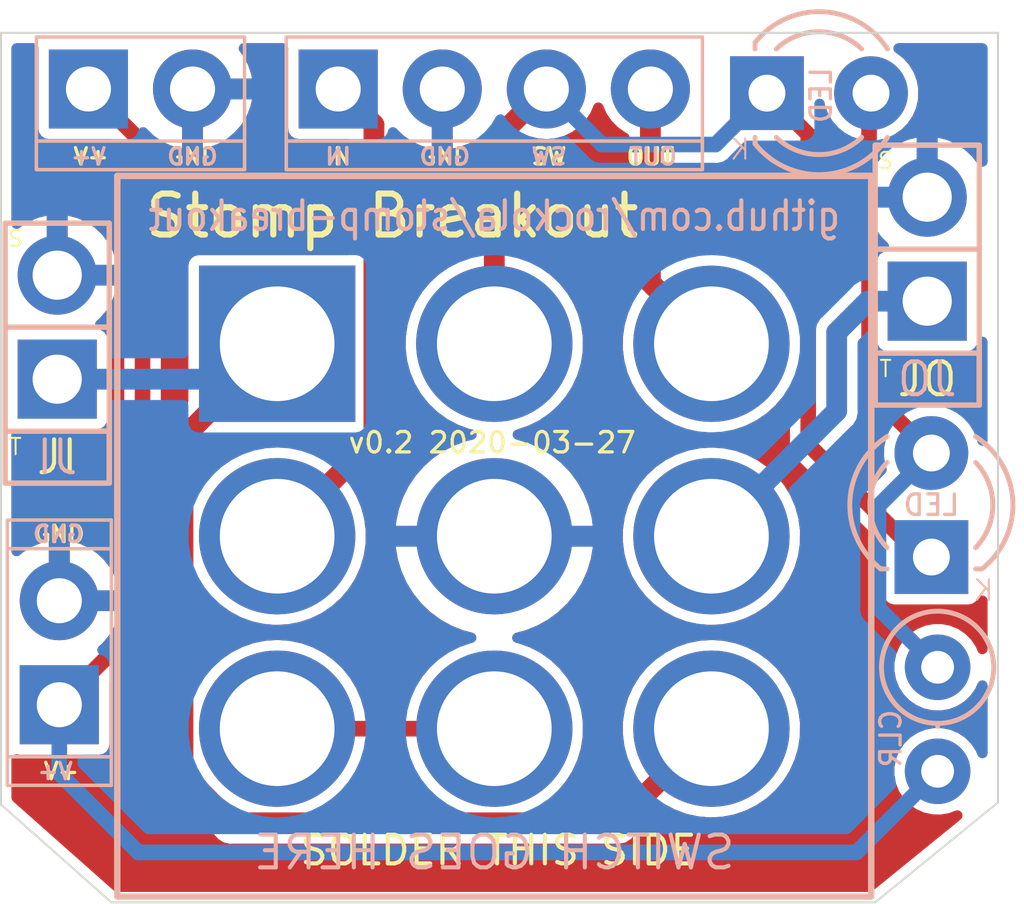
<source format=kicad_pcb>
(kicad_pcb (version 20200119) (host pcbnew "(5.99.0-1153-ge46e2e4e7)")

  (general
    (thickness 1.6)
    (drawings 10)
    (tracks 39)
    (modules 9)
    (nets 10)
  )

  (page "A4")
  (layers
    (0 "F.Cu" signal)
    (31 "B.Cu" signal)
    (32 "B.Adhes" user hide)
    (33 "F.Adhes" user hide)
    (34 "B.Paste" user hide)
    (35 "F.Paste" user hide)
    (36 "B.SilkS" user)
    (37 "F.SilkS" user)
    (38 "B.Mask" user hide)
    (39 "F.Mask" user hide)
    (40 "Dwgs.User" user hide)
    (41 "Cmts.User" user hide)
    (42 "Eco1.User" user hide)
    (43 "Eco2.User" user hide)
    (44 "Edge.Cuts" user)
    (45 "Margin" user hide)
    (46 "B.CrtYd" user)
    (47 "F.CrtYd" user)
    (48 "B.Fab" user hide)
    (49 "F.Fab" user hide)
  )

  (setup
    (stackup
      (layer "F.SilkS" (type "Top Silk Screen"))
      (layer "F.Paste" (type "Top Solder Paste"))
      (layer "F.Mask" (type "Top Solder Mask") (color "Green") (thickness 0.01))
      (layer "F.Cu" (type "copper") (thickness 0.035))
      (layer "dielectric 1" (type "core") (thickness 1.51) (material "FR4") (epsilon_r 4.5) (loss_tangent 0.02))
      (layer "B.Cu" (type "copper") (thickness 0.035))
      (layer "B.Mask" (type "Bottom Solder Mask") (color "Green") (thickness 0.01))
      (layer "B.Paste" (type "Bottom Solder Paste"))
      (layer "B.SilkS" (type "Bottom Silk Screen"))
      (copper_finish "None")
      (dielectric_constraints no)
    )
    (last_trace_width 0.508)
    (user_trace_width 0.381)
    (user_trace_width 0.508)
    (trace_clearance 0.2)
    (zone_clearance 0.254)
    (zone_45_only no)
    (trace_min 0.2)
    (via_size 0.8)
    (via_drill 0.4)
    (via_min_size 0.4)
    (via_min_drill 0.3)
    (uvia_size 0.3)
    (uvia_drill 0.1)
    (uvias_allowed no)
    (uvia_min_size 0.2)
    (uvia_min_drill 0.1)
    (max_error 0.005)
    (defaults
      (edge_clearance 0.01)
      (edge_cuts_line_width 0.05)
      (courtyard_line_width 0.05)
      (copper_line_width 0.2)
      (copper_text_dims (size 1.5 1.5) (thickness 0.3))
      (silk_line_width 0.12)
      (silk_text_dims (size 1 1) (thickness 0.15))
      (other_layers_line_width 0.1)
      (other_layers_text_dims (size 1 1) (thickness 0.15))
      (dimension_units 0)
      (dimension_precision 1)
    )
    (pad_size 1.524 1.524)
    (pad_drill 0.762)
    (pad_to_mask_clearance 0.05)
    (aux_axis_origin 0 0)
    (visible_elements FFFFFF7F)
    (pcbplotparams
      (layerselection 0x010fc_ffffffff)
      (usegerberextensions true)
      (usegerberattributes false)
      (usegerberadvancedattributes false)
      (creategerberjobfile false)
      (excludeedgelayer true)
      (linewidth 0.100000)
      (plotframeref false)
      (viasonmask false)
      (mode 1)
      (useauxorigin false)
      (hpglpennumber 1)
      (hpglpenspeed 20)
      (hpglpendiameter 15.000000)
      (psnegative false)
      (psa4output false)
      (plotreference true)
      (plotvalue true)
      (plotinvisibletext false)
      (padsonsilk false)
      (subtractmaskfromsilk true)
      (outputformat 1)
      (mirror false)
      (drillshape 0)
      (scaleselection 1)
      (outputdirectory "Gerber/")
    )
  )

  (net 0 "")
  (net 1 "Net-(S1-Pad3)")
  (net 2 "JACK_OUT")
  (net 3 "OUT")
  (net 4 "LED-")
  (net 5 "GND")
  (net 6 "JACK_IN")
  (net 7 "IN")
  (net 8 "Net-(D1-Pad2)")
  (net 9 "+9V")

  (net_class "Default" "This is the default net class."
    (clearance 0.2)
    (trace_width 0.25)
    (via_dia 0.8)
    (via_drill 0.4)
    (uvia_dia 0.3)
    (uvia_drill 0.1)
    (add_net "+9V")
    (add_net "GND")
    (add_net "IN")
    (add_net "JACK_IN")
    (add_net "JACK_OUT")
    (add_net "LED-")
    (add_net "Net-(D1-Pad2)")
    (add_net "Net-(S1-Pad3)")
    (add_net "OUT")
  )

  (module "LED_THT:LED_D3.0mm" (layer "B.Cu") (tedit 587A3A7B) (tstamp 4891b5f3-b179-4d3e-acb2-be1528a4e962)
    (at 154.3812 83.82)
    (descr "LED, diameter 3.0mm, 2 pins")
    (tags "LED diameter 3.0mm 2 pins")
    (path "/00000000-0000-0000-0000-00005e795386")
    (fp_text reference "D2" (at 1.27 2.96) (layer "B.SilkS") hide
      (effects (font (size 1 1) (thickness 0.15)) (justify mirror))
    )
    (fp_text value "LED" (at 1.3208 0.0508 90) (layer "B.SilkS")
      (effects (font (size 0.5 0.5) (thickness 0.08)) (justify mirror))
    )
    (fp_arc (start 1.27 0) (end -0.23 1.16619) (angle -284.3) (layer "B.Fab") (width 0.1))
    (fp_arc (start 1.27 0) (end -0.29 1.235516) (angle -108.8) (layer "B.SilkS") (width 0.12))
    (fp_arc (start 1.27 0) (end -0.29 -1.235516) (angle 108.8) (layer "B.SilkS") (width 0.12))
    (fp_arc (start 1.27 0) (end 0.229039 1.08) (angle -87.9) (layer "B.SilkS") (width 0.12))
    (fp_arc (start 1.27 0) (end 0.229039 -1.08) (angle 87.9) (layer "B.SilkS") (width 0.12))
    (fp_circle (center 1.27 0) (end 2.77 0) (layer "B.Fab") (width 0.1))
    (fp_line (start -0.23 1.16619) (end -0.23 -1.16619) (layer "B.Fab") (width 0.1))
    (fp_line (start -0.29 1.236) (end -0.29 1.08) (layer "B.SilkS") (width 0.12))
    (fp_line (start -0.29 -1.08) (end -0.29 -1.236) (layer "B.SilkS") (width 0.12))
    (fp_line (start -1.15 2.25) (end -1.15 -2.25) (layer "B.CrtYd") (width 0.05))
    (fp_line (start -1.15 -2.25) (end 3.7 -2.25) (layer "B.CrtYd") (width 0.05))
    (fp_line (start 3.7 -2.25) (end 3.7 2.25) (layer "B.CrtYd") (width 0.05))
    (fp_line (start 3.7 2.25) (end -1.15 2.25) (layer "B.CrtYd") (width 0.05))
    (pad "2" thru_hole circle (at 2.54 0) (size 1.8 1.8) (drill 0.9) (layers *.Cu *.Mask)
      (net 8 "Net-(D1-Pad2)") (tstamp 9224fd32-8f03-4e95-a787-1d121cc3ac98))
    (pad "1" thru_hole rect (at 0 0) (size 1.8 1.8) (drill 0.9) (layers *.Cu *.Mask)
      (net 4 "LED-") (tstamp 18def1f8-454f-43c1-8e9b-d2ca74fcfb1f))
    (model "${KISYS3DMOD}/LED_THT.3dshapes/LED_D3.0mm.wrl"
      (at (xyz 0 0 0))
      (scale (xyz 1 1 1))
      (rotate (xyz 0 0 0))
    )
  )

  (module "rockola_kicad_footprints:3PDT_Stomp" (layer "F.Cu") (tedit 5E6CD34C) (tstamp 04465a8a-1675-474f-861f-32faa36d48ca)
    (at 147.7264 94.6404)
    (descr "<b> Latching Footswitch, Solder Lugs</b>\n<br><a href=\"http://smallbear-electronics.mybigcommerce.com/cic-blue-3pdt/\">http://smallbear-electronics.mybigcommerce.com/cic-blue-3pdt/</a>\n<p>\n<b>Momentary Footswitch, Solder Lugs</b>\n<br><a href=\"http://smallbear-electronics.mybigcommerce.com/cic-blue-3pdt-momentary/\">http://smallbear-electronics.mybigcommerce.com/cic-blue-3pdt-momentary/</a>")
    (path "/00000000-0000-0000-0000-00005e73d92c")
    (fp_text reference "S1" (at 0.1016 -2.286) (layer "B.SilkS") hide
      (effects (font (size 0.8 0.8) (thickness 0.1)) (justify mirror))
    )
    (fp_text value "Stomp Breakout" (at -2.4892 -7.8232) (layer "F.SilkS")
      (effects (font (size 1 1) (thickness 0.15)))
    )
    (fp_line (start -9.2 -8.8) (end 9.2 -8.8) (layer "F.SilkS") (width 0.1524))
    (fp_line (start 9.2 -8.8) (end 9.2 8.8) (layer "F.SilkS") (width 0.1524))
    (fp_line (start 9.2 8.8) (end -9.2 8.8) (layer "F.SilkS") (width 0.1524))
    (fp_line (start -9.2 8.8) (end -9.2 -8.8) (layer "F.SilkS") (width 0.1524))
    (fp_line (start 9.2 -8.8) (end -9.2 -8.8) (layer "B.SilkS") (width 0.1524))
    (fp_line (start -9.2 -8.8) (end -9.2 8.8) (layer "B.SilkS") (width 0.1524))
    (fp_line (start -9.2 8.8) (end 9.2 8.8) (layer "B.SilkS") (width 0.1524))
    (fp_line (start 9.2 8.8) (end 9.2 -8.8) (layer "B.SilkS") (width 0.1524))
    (fp_line (start 0 -0.635) (end 0 0.635) (layer "B.SilkS") (width 0.127))
    (fp_line (start -0.635 0) (end 0.635 0) (layer "B.SilkS") (width 0.127))
    (fp_circle (center 0 0) (end 0.635 0) (layer "B.SilkS") (width 0.127))
    (fp_text user "SOLDER THIS SIDE" (at 0.1016 7.6708 180) (layer "F.SilkS")
      (effects (font (size 0.7 0.7) (thickness 0.1)))
    )
    (fp_text user "SWITCH GOES HERE" (at 0 7.7216) (layer "B.SilkS")
      (effects (font (size 0.8 0.8) (thickness 0.1)) (justify mirror))
    )
    (pad "9" thru_hole oval (at 5.3 4.7 180) (size 3.816 3.816) (drill 2.8) (layers *.Cu *.Mask)
      (net 6 "JACK_IN") (tstamp e2bcb262-6e2c-4fb0-bef8-c6de8e7036e9))
    (pad "8" thru_hole oval (at 5.3 0 180) (size 3.816 3.816) (drill 2.8) (layers *.Cu *.Mask)
      (net 2 "JACK_OUT") (tstamp bc5ba2c9-4b70-424e-b43e-06441c17a779))
    (pad "7" thru_hole oval (at 5.3 -4.7 180) (size 3.816 3.816) (drill 2.8) (layers *.Cu *.Mask)
      (net 3 "OUT") (tstamp 19523976-a2f6-4d3e-af75-b5bb0510cffd))
    (pad "6" thru_hole oval (at 0 4.7 180) (size 3.816 3.816) (drill 2.8) (layers *.Cu *.Mask)
      (net 1 "Net-(S1-Pad3)") (tstamp 31fe5bf6-69ae-42e3-955d-6d6d9ef727f0))
    (pad "5" thru_hole oval (at 0 0 180) (size 3.816 3.816) (drill 2.8) (layers *.Cu *.Mask)
      (net 5 "GND") (tstamp b19a9a68-1789-42a1-a954-2cc49f7f26e3))
    (pad "4" thru_hole oval (at 0 -4.7 180) (size 3.816 3.816) (drill 2.8) (layers *.Cu *.Mask)
      (net 4 "LED-") (tstamp 7fdd9341-7fb4-4335-8109-1d1528b04192))
    (pad "3" thru_hole oval (at -5.3 4.7 180) (size 3.816 3.816) (drill 2.8) (layers *.Cu *.Mask)
      (net 1 "Net-(S1-Pad3)") (tstamp 593fb565-a514-4ae1-8da3-74fabd6aeb89))
    (pad "2" thru_hole oval (at -5.3 0 180) (size 3.816 3.816) (drill 2.8) (layers *.Cu *.Mask)
      (net 7 "IN") (tstamp cf68607c-f448-4cd1-a3e2-13463156fc91))
    (pad "1" thru_hole rect (at -5.3 -4.7 180) (size 3.816 3.816) (drill 2.8) (layers *.Cu *.Mask)
      (net 6 "JACK_IN") (tstamp 82b4a068-ad95-49fe-80f3-5d37d1620ee3))
  )

  (module "rockola_kicad_footprints:Power_Header_2pin_VERTICAL_ALT" (layer "F.Cu") (tedit 5E6CC24E) (tstamp f84e0c11-f883-4a7b-bf63-7594c23ca0cf)
    (at 138.3792 97.4852)
    (path "/00000000-0000-0000-0000-00005e769ff8")
    (fp_text reference "J4" (at 2.032 0 90) (layer "B.SilkS") hide
      (effects (font (size 0.8 0.8) (thickness 0.15)) (justify mirror))
    )
    (fp_text value "Power_SIDE" (at 2.032 0 90) (layer "F.SilkS") hide
      (effects (font (size 0.8 0.8) (thickness 0.15)))
    )
    (fp_line (start 0 3.2385) (end -2.54 3.2385) (layer "F.SilkS") (width 0.08))
    (fp_line (start 0 3.2385) (end -2.54 3.2385) (layer "B.SilkS") (width 0.08))
    (fp_line (start -2.54 -3.2385) (end 0 -3.2385) (layer "B.SilkS") (width 0.08))
    (fp_line (start 0 -3.2385) (end -2.54 -3.2385) (layer "F.SilkS") (width 0.08))
    (fp_text user "GND" (at -1.2954 -2.8956 unlocked) (layer "B.SilkS")
      (effects (font (size 0.4 0.4) (thickness 0.08)) (justify mirror))
    )
    (fp_text user "V+" (at -1.3716 2.8956 unlocked) (layer "B.SilkS")
      (effects (font (size 0.4 0.4) (thickness 0.08)) (justify mirror))
    )
    (fp_text user "GND" (at -1.27 -2.8956 unlocked) (layer "F.SilkS")
      (effects (font (size 0.4 0.4) (thickness 0.08)))
    )
    (fp_text user "V+" (at -1.2192 2.8956 unlocked) (layer "F.SilkS")
      (effects (font (size 0.4 0.4) (thickness 0.08)))
    )
    (fp_line (start 0 2.54) (end -2.54 2.54) (layer "B.SilkS") (width 0.08))
    (fp_line (start 0 -2.54) (end -2.54 -2.54) (layer "B.SilkS") (width 0.08))
    (fp_line (start 0 3.2385) (end 0 -3.2385) (layer "B.SilkS") (width 0.08))
    (fp_line (start -2.54 -3.2385) (end -2.54 3.2385) (layer "B.SilkS") (width 0.08))
    (fp_line (start 0 -2.54) (end -2.54 -2.54) (layer "F.SilkS") (width 0.08))
    (fp_line (start 0 2.54) (end -2.54 2.54) (layer "F.SilkS") (width 0.08))
    (fp_line (start 0 -3.2385) (end 0 3.2385) (layer "F.SilkS") (width 0.08))
    (fp_line (start -2.54 3.2385) (end -2.54 -3.2385) (layer "F.SilkS") (width 0.08))
    (pad "2" thru_hole oval (at -1.27 -1.27 90) (size 1.9304 1.9304) (drill 1.1) (layers *.Cu *.Mask)
      (net 5 "GND") (tstamp 25d8f643-24f1-4997-b508-2fb1d4e01afa))
    (pad "1" thru_hole rect (at -1.27 1.27 90) (size 1.9304 1.9304) (drill 1.1) (layers *.Cu *.Mask)
      (net 9 "+9V") (tstamp 5846b5f7-3568-468b-aaea-c8bdac53cea2))
  )

  (module "rockola_kicad_footprints:Power_Header_2pin_TOP_ALT" (layer "F.Cu") (tedit 5E6CBF57) (tstamp 71c3c478-e73c-47a1-8646-f62b6b36bb93)
    (at 141.6304 83.7184)
    (path "/00000000-0000-0000-0000-00005e771978")
    (fp_text reference "J5" (at -2.54 3.302) (layer "B.SilkS") hide
      (effects (font (size 0.8 0.8) (thickness 0.15)) (justify mirror))
    )
    (fp_text value "Power_TOP" (at -2.54 3.302) (layer "F.SilkS") hide
      (effects (font (size 0.8 0.8) (thickness 0.15)))
    )
    (fp_line (start -5.08 -1.27) (end 0 -1.27) (layer "F.SilkS") (width 0.08))
    (fp_line (start 0 1.27) (end -5.08 1.27) (layer "F.SilkS") (width 0.08))
    (fp_line (start -5.08 1.9685) (end -5.08 -1.27) (layer "F.SilkS") (width 0.08))
    (fp_line (start 0 1.9685) (end 0 -1.27) (layer "F.SilkS") (width 0.08))
    (fp_line (start 0 1.9685) (end -5.08 1.9685) (layer "F.SilkS") (width 0.08))
    (fp_line (start 0 -1.27) (end -5.08 -1.27) (layer "B.SilkS") (width 0.08))
    (fp_line (start -5.08 1.27) (end 0 1.27) (layer "B.SilkS") (width 0.08))
    (fp_line (start 0 1.9685) (end 0 -1.27) (layer "B.SilkS") (width 0.08))
    (fp_line (start -5.08 1.9685) (end -5.08 -1.27) (layer "B.SilkS") (width 0.08))
    (fp_line (start -5.08 1.9685) (end 0 1.9685) (layer "B.SilkS") (width 0.08))
    (fp_text user "V+" (at -3.7465 1.651 unlocked) (layer "F.SilkS")
      (effects (font (size 0.4 0.4) (thickness 0.08)))
    )
    (fp_text user "GND" (at -1.27 1.651 unlocked) (layer "F.SilkS")
      (effects (font (size 0.4 0.4) (thickness 0.08)))
    )
    (fp_text user "V+" (at -3.81 1.651 unlocked) (layer "B.SilkS")
      (effects (font (size 0.4 0.4) (thickness 0.08)) (justify mirror))
    )
    (fp_text user "GND" (at -1.27 1.651 unlocked) (layer "B.SilkS")
      (effects (font (size 0.4 0.4) (thickness 0.08)) (justify mirror))
    )
    (pad "2" thru_hole oval (at -1.27 0) (size 1.9304 1.9304) (drill 1.1) (layers *.Cu *.Mask)
      (net 5 "GND") (tstamp dac0b41c-bd30-43cd-90c8-f12cdee95b88))
    (pad "1" thru_hole rect (at -3.81 0) (size 1.9304 1.9304) (drill 1.1) (layers *.Cu *.Mask)
      (net 9 "+9V") (tstamp 2b116a12-f024-44ef-9a37-298cfc4deb55))
  )

  (module "rockola_kicad_footprints:Stomp_4pin_ALT" (layer "F.Cu") (tedit 5E6CBDD9) (tstamp 4f4b6448-51ee-457f-94dd-3204c6b936ae)
    (at 147.7264 83.7184)
    (path "/00000000-0000-0000-0000-00005e74b9b6")
    (fp_text reference "J1" (at 0 -3.302) (layer "B.SilkS") hide
      (effects (font (size 0.9652 0.9652) (thickness 0.08128)) (justify mirror))
    )
    (fp_text value "Stomp_Connector" (at 0 4.318) (layer "F.SilkS") hide
      (effects (font (size 1.524 1.524) (thickness 0.15)))
    )
    (fp_text user "OUT" (at 3.8735 1.651 unlocked) (layer "B.SilkS")
      (effects (font (size 0.4 0.4) (thickness 0.08)) (justify mirror))
    )
    (fp_text user "SW" (at 1.3335 1.651 unlocked) (layer "B.SilkS")
      (effects (font (size 0.4 0.4) (thickness 0.08)) (justify mirror))
    )
    (fp_text user "GND" (at -1.2065 1.651 unlocked) (layer "B.SilkS")
      (effects (font (size 0.4 0.4) (thickness 0.08)) (justify mirror))
    )
    (fp_text user "IN" (at -3.81 1.651 unlocked) (layer "B.SilkS")
      (effects (font (size 0.4 0.4) (thickness 0.08)) (justify mirror))
    )
    (fp_text user "OUT" (at 3.81 1.651 unlocked) (layer "F.SilkS")
      (effects (font (size 0.4 0.4) (thickness 0.08)))
    )
    (fp_text user "SW" (at 1.3335 1.651 unlocked) (layer "F.SilkS")
      (effects (font (size 0.4 0.4) (thickness 0.08)))
    )
    (fp_text user "GND" (at -1.2065 1.651 unlocked) (layer "F.SilkS")
      (effects (font (size 0.4 0.4) (thickness 0.08)))
    )
    (fp_text user "IN" (at -3.81 1.651 unlocked) (layer "F.SilkS")
      (effects (font (size 0.4 0.4) (thickness 0.08)))
    )
    (fp_line (start -5.08 1.9685) (end -5.08 -1.27) (layer "B.SilkS") (width 0.08))
    (fp_line (start 5.08 1.905) (end 5.08 -1.27) (layer "B.SilkS") (width 0.08))
    (fp_line (start -5.08 1.27) (end 5.08 1.27) (layer "B.SilkS") (width 0.08))
    (fp_line (start 5.08 -1.27) (end -5.08 -1.27) (layer "B.SilkS") (width 0.08))
    (fp_line (start 5.08 1.9685) (end 5.08 -1.27) (layer "F.SilkS") (width 0.08))
    (fp_line (start -5.08 1.9685) (end -5.08 -1.27) (layer "F.SilkS") (width 0.08))
    (fp_line (start 5.08 1.27) (end -5.08 1.27) (layer "F.SilkS") (width 0.08))
    (fp_line (start -5.08 -1.27) (end 5.08 -1.27) (layer "F.SilkS") (width 0.08))
    (fp_line (start -5.08 1.9685) (end 5.08 1.9685) (layer "F.SilkS") (width 0.08))
    (fp_line (start -5.08 1.9685) (end 5.08 1.9685) (layer "B.SilkS") (width 0.08))
    (pad "4" thru_hole oval (at 3.81 0) (size 1.9304 1.9304) (drill 1.1) (layers *.Cu *.Mask)
      (net 3 "OUT") (tstamp 5a3025ba-4d2e-4521-b07f-375d238b0703))
    (pad "3" thru_hole oval (at 1.27 0) (size 1.9304 1.9304) (drill 1.1) (layers *.Cu *.Mask)
      (net 4 "LED-") (tstamp b604736c-e8ce-44bc-8715-cb9ee7d6c60c))
    (pad "2" thru_hole oval (at -1.27 0) (size 1.9304 1.9304) (drill 1.1) (layers *.Cu *.Mask)
      (net 5 "GND") (tstamp 11f0ec59-9c7c-430d-a055-955c22886a53))
    (pad "1" thru_hole rect (at -3.81 0) (size 1.9304 1.9304) (drill 1.1) (layers *.Cu *.Mask)
      (net 7 "IN") (tstamp b90e4684-6756-424a-903a-c992b24838a3))
  )

  (module "rockola_kicad_footprints:Resistor_0.25W_Standing" (layer "B.Cu") (tedit 5E6CB5B5) (tstamp 8f74d044-d083-4cc7-a642-a641f63a700f)
    (at 158.5468 97.8408 -90)
    (descr "Resistor, Axial_DIN0207 series, Axial, Vertical, pin pitch=2.54mm, 0.25W = 1/4W, length*diameter=6.3*2.5mm^2, http://cdn-reichelt.de/documents/datenblatt/B400/1_4W%23YAG.pdf")
    (tags "Resistor Axial_DIN0207 series Axial Vertical pin pitch 2.54mm 0.25W = 1/4W length 6.3mm diameter 2.5mm")
    (path "/00000000-0000-0000-0000-00005e759c2c")
    (fp_text reference "R1" (at 1.27 2.37 90) (layer "B.SilkS") hide
      (effects (font (size 1 1) (thickness 0.15)) (justify mirror))
    )
    (fp_text value "CLR" (at 1.7145 -2.3495 90) (layer "B.Fab")
      (effects (font (size 1 1) (thickness 0.15)) (justify mirror))
    )
    (fp_text user "%R" (at 1.27 2.37 90) (layer "B.Fab")
      (effects (font (size 1 1) (thickness 0.15)) (justify mirror))
    )
    (fp_line (start 3.59 1.5) (end -1.5 1.5) (layer "B.CrtYd") (width 0.05))
    (fp_line (start 3.59 -1.5) (end 3.59 1.5) (layer "B.CrtYd") (width 0.05))
    (fp_line (start -1.5 -1.5) (end 3.59 -1.5) (layer "B.CrtYd") (width 0.05))
    (fp_line (start -1.5 1.5) (end -1.5 -1.5) (layer "B.CrtYd") (width 0.05))
    (fp_line (start 1.37 0) (end 1.44 0) (layer "B.SilkS") (width 0.12))
    (fp_line (start 0 0) (end 2.54 0) (layer "B.Fab") (width 0.1))
    (fp_circle (center 0 0) (end 1.37 0) (layer "B.SilkS") (width 0.12))
    (fp_circle (center 0 0) (end 1.25 0) (layer "B.Fab") (width 0.1))
    (fp_text user "%V" (at 1.7399 1.143 90 unlocked) (layer "B.SilkS")
      (effects (font (size 0.5 0.5) (thickness 0.08)) (justify mirror))
    )
    (pad "2" thru_hole oval (at 2.54 0 270) (size 1.6 1.6) (drill 0.8) (layers *.Cu *.Mask)
      (net 9 "+9V") (tstamp 7ee47b16-2894-4c07-bc2f-d56f071d64dc))
    (pad "1" thru_hole circle (at 0 0 270) (size 1.6 1.6) (drill 0.8) (layers *.Cu *.Mask)
      (net 8 "Net-(D1-Pad2)") (tstamp 70b1883a-d26f-427f-bdc1-542b119b6984))
    (model "${KISYS3DMOD}/Resistor_THT.3dshapes/R_Axial_DIN0207_L6.3mm_D2.5mm_P2.54mm_Vertical.wrl"
      (at (xyz 0 0 0))
      (scale (xyz 1 1 1))
      (rotate (xyz 0 0 0))
    )
  )

  (module "LED_THT:LED_D3.0mm" (layer "B.Cu") (tedit 587A3A7B) (tstamp 5497df7d-fbbe-4029-8bf9-b6ff1004f029)
    (at 158.3944 95.1484 90)
    (descr "LED, diameter 3.0mm, 2 pins")
    (tags "LED diameter 3.0mm 2 pins")
    (path "/00000000-0000-0000-0000-00005e75ec02")
    (fp_text reference "D1" (at 1.27 2.96 270) (layer "B.SilkS") hide
      (effects (font (size 1 1) (thickness 0.15)) (justify mirror))
    )
    (fp_text value "LED" (at 1.27 0) (layer "B.SilkS")
      (effects (font (size 0.5 0.5) (thickness 0.08)) (justify mirror))
    )
    (fp_arc (start 1.27 0) (end -0.23 1.16619) (angle -284.3) (layer "B.Fab") (width 0.1))
    (fp_arc (start 1.27 0) (end -0.29 1.235516) (angle -108.8) (layer "B.SilkS") (width 0.12))
    (fp_arc (start 1.27 0) (end -0.29 -1.235516) (angle 108.8) (layer "B.SilkS") (width 0.12))
    (fp_arc (start 1.27 0) (end 0.229039 1.08) (angle -87.9) (layer "B.SilkS") (width 0.12))
    (fp_arc (start 1.27 0) (end 0.229039 -1.08) (angle 87.9) (layer "B.SilkS") (width 0.12))
    (fp_circle (center 1.27 0) (end 2.77 0) (layer "B.Fab") (width 0.1))
    (fp_line (start -0.23 1.16619) (end -0.23 -1.16619) (layer "B.Fab") (width 0.1))
    (fp_line (start -0.29 1.236) (end -0.29 1.08) (layer "B.SilkS") (width 0.12))
    (fp_line (start -0.29 -1.08) (end -0.29 -1.236) (layer "B.SilkS") (width 0.12))
    (fp_line (start -1.15 2.25) (end -1.15 -2.25) (layer "B.CrtYd") (width 0.05))
    (fp_line (start -1.15 -2.25) (end 3.7 -2.25) (layer "B.CrtYd") (width 0.05))
    (fp_line (start 3.7 -2.25) (end 3.7 2.25) (layer "B.CrtYd") (width 0.05))
    (fp_line (start 3.7 2.25) (end -1.15 2.25) (layer "B.CrtYd") (width 0.05))
    (pad "2" thru_hole circle (at 2.54 0 90) (size 1.8 1.8) (drill 0.9) (layers *.Cu *.Mask)
      (net 8 "Net-(D1-Pad2)") (tstamp f1969339-7ada-42a0-bf73-bb556c30de41))
    (pad "1" thru_hole rect (at 0 0 90) (size 1.8 1.8) (drill 0.9) (layers *.Cu *.Mask)
      (net 4 "LED-") (tstamp 237f37a7-182c-4092-b310-94005ccf017f))
    (model "${KISYS3DMOD}/LED_THT.3dshapes/LED_D3.0mm.wrl"
      (at (xyz 0 0 0))
      (scale (xyz 1 1 1))
      (rotate (xyz 0 0 0))
    )
  )

  (module "rockola_kicad_footprints:2PADS_TS_Horizontal" (layer "F.Cu") (tedit 5E6BA5DB) (tstamp 44f4034f-2bbc-4a4e-a0da-cce17a547ea0)
    (at 137.0584 89.535 90)
    (path "/00000000-0000-0000-0000-00005e750c7e")
    (fp_text reference "J3" (at 3.302 0 180) (layer "F.SilkS") hide
      (effects (font (size 0.75 0.75) (thickness 0.15)))
    )
    (fp_text value "JI" (at 0 0 90) (layer "F.SilkS") hide
      (effects (font (size 1.524 1.524) (thickness 0.15)))
    )
    (fp_text user "T" (at -2.921 -1.016 180) (layer "F.SilkS")
      (effects (font (size 0.4 0.4) (thickness 0.05)))
    )
    (fp_text user "S" (at 2.159 -1.016 180) (layer "F.SilkS")
      (effects (font (size 0.4 0.4) (thickness 0.05)))
    )
    (fp_line (start -3.81 -1.27) (end -3.81 1.27) (layer "B.SilkS") (width 0.127))
    (fp_line (start -2.54 -1.27) (end -3.81 -1.27) (layer "B.SilkS") (width 0.127))
    (fp_line (start -2.54 1.27) (end -3.81 1.27) (layer "B.SilkS") (width 0.127))
    (fp_line (start 0 -1.27) (end 0 1.27) (layer "B.SilkS") (width 0.127))
    (fp_line (start 2.54 1.27) (end 2.54 -1.27) (layer "B.SilkS") (width 0.127))
    (fp_line (start -2.54 -1.27) (end -2.54 1.27) (layer "B.SilkS") (width 0.127))
    (fp_line (start 0 -1.27) (end -2.54 -1.27) (layer "B.SilkS") (width 0.127))
    (fp_line (start 2.54 -1.27) (end 0 -1.27) (layer "B.SilkS") (width 0.127))
    (fp_line (start -3.81 1.27) (end -2.54 1.27) (layer "F.SilkS") (width 0.127))
    (fp_line (start -3.81 -1.27) (end -2.54 -1.27) (layer "F.SilkS") (width 0.127))
    (fp_line (start -3.81 1.27) (end -3.81 -1.27) (layer "F.SilkS") (width 0.127))
    (fp_line (start 0 1.27) (end -2.54 1.27) (layer "B.SilkS") (width 0.127))
    (fp_line (start 2.54 1.27) (end 0 1.27) (layer "B.SilkS") (width 0.127))
    (fp_line (start 0 1.27) (end 2.54 1.27) (layer "F.SilkS") (width 0.127))
    (fp_line (start -2.54 1.27) (end 0 1.27) (layer "F.SilkS") (width 0.127))
    (fp_line (start 0 -1.27) (end 0 1.27) (layer "F.SilkS") (width 0.127))
    (fp_line (start -2.54 1.27) (end -2.54 -1.27) (layer "F.SilkS") (width 0.127))
    (fp_line (start 2.54 -1.27) (end 2.54 1.27) (layer "F.SilkS") (width 0.127))
    (fp_line (start 0 -1.27) (end 2.54 -1.27) (layer "F.SilkS") (width 0.127))
    (fp_line (start -2.54 -1.27) (end 0 -1.27) (layer "F.SilkS") (width 0.127))
    (fp_text user "%V" (at -3.175 0 unlocked) (layer "F.SilkS")
      (effects (font (size 0.8 0.8) (thickness 0.1)))
    )
    (fp_text user "%V" (at -3.175 0 unlocked) (layer "B.SilkS")
      (effects (font (size 0.8 0.8) (thickness 0.1)) (justify mirror))
    )
    (pad "T" thru_hole rect (at -1.27 0 90) (size 1.9304 1.9304) (drill 1.2) (layers *.Cu *.Mask)
      (net 6 "JACK_IN") (tstamp 5bec6570-988a-4948-81ee-52b995f32758))
    (pad "S" thru_hole oval (at 1.27 0 90) (size 1.9304 1.9304) (drill 1.2) (layers *.Cu *.Mask)
      (net 5 "GND") (tstamp 6a424185-ed83-404f-bc91-db1c97868a1e))
  )

  (module "rockola_kicad_footprints:2PADS_TS_Horizontal" (layer "F.Cu") (tedit 5E6BA5DB) (tstamp bddb7977-4f47-4e5a-9776-3fbee8345e9b)
    (at 158.2928 87.63 90)
    (path "/00000000-0000-0000-0000-00005e74eecc")
    (fp_text reference "J2" (at 3.302 0 180) (layer "F.SilkS") hide
      (effects (font (size 0.75 0.75) (thickness 0.15)))
    )
    (fp_text value "JO" (at 0 0 90) (layer "F.SilkS") hide
      (effects (font (size 1.524 1.524) (thickness 0.15)))
    )
    (fp_text user "T" (at -2.921 -1.016 180) (layer "F.SilkS")
      (effects (font (size 0.4 0.4) (thickness 0.05)))
    )
    (fp_text user "S" (at 2.159 -1.016 180) (layer "F.SilkS")
      (effects (font (size 0.4 0.4) (thickness 0.05)))
    )
    (fp_line (start -3.81 -1.27) (end -3.81 1.27) (layer "B.SilkS") (width 0.127))
    (fp_line (start -2.54 -1.27) (end -3.81 -1.27) (layer "B.SilkS") (width 0.127))
    (fp_line (start -2.54 1.27) (end -3.81 1.27) (layer "B.SilkS") (width 0.127))
    (fp_line (start 0 -1.27) (end 0 1.27) (layer "B.SilkS") (width 0.127))
    (fp_line (start 2.54 1.27) (end 2.54 -1.27) (layer "B.SilkS") (width 0.127))
    (fp_line (start -2.54 -1.27) (end -2.54 1.27) (layer "B.SilkS") (width 0.127))
    (fp_line (start 0 -1.27) (end -2.54 -1.27) (layer "B.SilkS") (width 0.127))
    (fp_line (start 2.54 -1.27) (end 0 -1.27) (layer "B.SilkS") (width 0.127))
    (fp_line (start -3.81 1.27) (end -2.54 1.27) (layer "F.SilkS") (width 0.127))
    (fp_line (start -3.81 -1.27) (end -2.54 -1.27) (layer "F.SilkS") (width 0.127))
    (fp_line (start -3.81 1.27) (end -3.81 -1.27) (layer "F.SilkS") (width 0.127))
    (fp_line (start 0 1.27) (end -2.54 1.27) (layer "B.SilkS") (width 0.127))
    (fp_line (start 2.54 1.27) (end 0 1.27) (layer "B.SilkS") (width 0.127))
    (fp_line (start 0 1.27) (end 2.54 1.27) (layer "F.SilkS") (width 0.127))
    (fp_line (start -2.54 1.27) (end 0 1.27) (layer "F.SilkS") (width 0.127))
    (fp_line (start 0 -1.27) (end 0 1.27) (layer "F.SilkS") (width 0.127))
    (fp_line (start -2.54 1.27) (end -2.54 -1.27) (layer "F.SilkS") (width 0.127))
    (fp_line (start 2.54 -1.27) (end 2.54 1.27) (layer "F.SilkS") (width 0.127))
    (fp_line (start 0 -1.27) (end 2.54 -1.27) (layer "F.SilkS") (width 0.127))
    (fp_line (start -2.54 -1.27) (end 0 -1.27) (layer "F.SilkS") (width 0.127))
    (fp_text user "%V" (at -3.175 0 unlocked) (layer "F.SilkS")
      (effects (font (size 0.8 0.8) (thickness 0.1)))
    )
    (fp_text user "%V" (at -3.175 0 unlocked) (layer "B.SilkS")
      (effects (font (size 0.8 0.8) (thickness 0.1)) (justify mirror))
    )
    (pad "T" thru_hole rect (at -1.27 0 90) (size 1.9304 1.9304) (drill 1.2) (layers *.Cu *.Mask)
      (net 2 "JACK_OUT") (tstamp 16504816-df92-4070-8fbd-750c6c4f3dab))
    (pad "S" thru_hole oval (at 1.27 0 90) (size 1.9304 1.9304) (drill 1.2) (layers *.Cu *.Mask)
      (net 5 "GND") (tstamp e93a9454-6a80-4f4c-b21f-26169331fc98))
  )

  (gr_text "github.com/rockola/stomp-breakout" (at 147.7264 86.8172) (layer "B.SilkS") (tstamp 1e025a25-c79f-44e5-a485-4bc82ac61650)
    (effects (font (size 0.7 0.6) (thickness 0.1)) (justify mirror))
  )
  (gr_text "K" (at 153.7208 85.1916) (layer "B.SilkS") (tstamp 4c9a674b-86b0-4f87-9200-5fddc6c105ac)
    (effects (font (size 0.5 0.5) (thickness 0.05)) (justify mirror))
  )
  (gr_text "K" (at 159.6644 95.9612) (layer "B.SilkS") (tstamp e6a3323f-862e-4715-921a-5a9520534c44)
    (effects (font (size 0.5 0.5) (thickness 0.05)) (justify mirror))
  )
  (gr_text "v0.2 2020-03-27" (at 147.6756 92.3544) (layer "F.SilkS") (tstamp 6dc50e6e-4fd2-47c9-8199-bbda6099bb61)
    (effects (font (size 0.5 0.5) (thickness 0.08)))
  )
  (gr_line (start 157.0228 103.5812) (end 160.02 101.1428) (layer "Edge.Cuts") (width 0.05) (tstamp 2d8742b5-8b0f-47f9-8c98-6d883e999a9d))
  (gr_line (start 135.6868 101.1936) (end 138.3792 103.5812) (layer "Edge.Cuts") (width 0.05) (tstamp f4226ffa-b632-49c4-8ee2-ad1ac2c4581d))
  (gr_line (start 135.6868 82.3468) (end 160.02 82.3468) (layer "Edge.Cuts") (width 0.05) (tstamp 021ce662-a137-46a1-9c0c-1c6f22d870a7))
  (gr_line (start 135.6868 101.1936) (end 135.6868 82.3468) (layer "Edge.Cuts") (width 0.05) (tstamp c7c1f7a7-0782-4ad7-8dde-568b73e4276f))
  (gr_line (start 157.0228 103.5812) (end 138.3792 103.5812) (layer "Edge.Cuts") (width 0.05) (tstamp 4c23932c-f649-4a74-9820-0f63d1bdab8a))
  (gr_line (start 160.02 82.3468) (end 160.02 101.1428) (layer "Edge.Cuts") (width 0.05) (tstamp 84bd4709-dac3-4e68-8474-8e9e9e308028))

  (segment (start 142.4264 99.3404) (end 147.7264 99.3404) (width 0.381) (layer "F.Cu") (net 1) (tstamp bf5bb114-4a70-45e6-852a-3d7982baa278))
  (segment (start 153.0264 94.6404) (end 156.083 91.5838) (width 0.508) (layer "B.Cu") (net 2) (tstamp ff9520ce-3287-4397-b10f-4a583d197ed8))
  (segment (start 156.083 91.5838) (end 156.083 89.662) (width 0.508) (layer "B.Cu") (net 2) (tstamp 8f9c93da-7aa1-48cf-9e1c-f101d4dfd7b5))
  (segment (start 156.083 89.662) (end 156.845 88.9) (width 0.508) (layer "B.Cu") (net 2) (tstamp c3f3ffb0-9e19-444b-b5a7-b66b9013067a))
  (segment (start 156.845 88.9) (end 158.2928 88.9) (width 0.508) (layer "B.Cu") (net 2) (tstamp a91f88e0-9ed0-454d-9fb4-769556fdaf6f))
  (segment (start 157.103899 93.898901) (end 157.103899 96.397899) (width 0.381) (layer "B.Cu") (net 8) (tstamp c0636c5a-80a2-433e-9d80-c94676f1c2b3))
  (segment (start 157.103899 96.397899) (end 158.5468 97.8408) (width 0.381) (layer "B.Cu") (net 8) (tstamp 00c3db92-124a-4e2e-b208-6bf3e415c365))
  (segment (start 158.3944 92.6084) (end 157.103899 93.898901) (width 0.381) (layer "B.Cu") (net 8) (tstamp 0328888b-4c89-4c9e-b313-76a2b2b3cc77))
  (segment (start 156.9212 83.82) (end 156.873599 83.867601) (width 0.381) (layer "F.Cu") (net 8) (tstamp db6b78e4-6afb-471a-98ea-514f0e474f9c) (status 8000))
  (segment (start 156.873599 91.087599) (end 158.3944 92.6084) (width 0.381) (layer "F.Cu") (net 8) (tstamp 2faf524c-8251-4801-bead-268586afedff) (status 8000))
  (segment (start 156.873599 83.867601) (end 156.873599 91.087599) (width 0.381) (layer "F.Cu") (net 8) (tstamp 71f7463c-b291-44dc-ac1a-68666e3a6136) (status 8000))
  (segment (start 154.3812 83.82) (end 155.388401 84.827201) (width 0.381) (layer "F.Cu") (net 4) (tstamp e32d43e3-7acc-46d6-87ba-12f7cfa90a49) (status 8000))
  (segment (start 155.388401 84.827201) (end 155.388401 92.396401) (width 0.381) (layer "F.Cu") (net 4) (tstamp 8ccb6424-f293-43cc-95d3-387bc2a470b6) (status 8000))
  (segment (start 155.388401 92.396401) (end 158.1404 95.1484) (width 0.381) (layer "F.Cu") (net 4) (tstamp 6f4371ff-c5e0-4221-a025-0df6e066d2db) (status 8000))
  (segment (start 158.1404 95.1484) (end 158.3944 95.1484) (width 0.381) (layer "F.Cu") (net 4) (tstamp 6c432219-39e1-4354-8381-9fd4a72f1369) (status 8000))
  (segment (start 147.7264 89.9404) (end 147.7264 84.9884) (width 0.508) (layer "F.Cu") (net 4) (tstamp ddc47920-b3f1-4cc0-845e-00d943df8411))
  (segment (start 147.7264 84.9884) (end 148.9964 83.7184) (width 0.508) (layer "F.Cu") (net 4) (tstamp ea120106-67ec-4798-919b-fb100c85a7d3))
  (segment (start 143.9164 83.7184) (end 144.788401 84.590401) (width 0.508) (layer "F.Cu") (net 7) (tstamp 895e0ddb-33c0-4c3b-b1b5-fee7aab941ee))
  (segment (start 144.788401 84.590401) (end 144.788401 92.278399) (width 0.508) (layer "F.Cu") (net 7) (tstamp 96e115fa-d622-4e99-9ee2-17efadff34fe))
  (segment (start 144.788401 92.278399) (end 142.4264 94.6404) (width 0.508) (layer "F.Cu") (net 7) (tstamp be77fe6f-6bbb-497a-a703-af27c7031841))
  (segment (start 137.0584 90.805) (end 141.5618 90.805) (width 0.508) (layer "B.Cu") (net 6) (tstamp 0dbe358d-bef8-48d4-95d0-fd1b60742a91))
  (segment (start 141.5618 90.805) (end 142.4264 89.9404) (width 0.381) (layer "B.Cu") (net 6) (tstamp 906ef974-1332-466b-88f1-efca815907c5))
  (segment (start 142.4264 89.9404) (end 140.127899 92.238901) (width 0.508) (layer "F.Cu") (net 6) (tstamp 9fd70ee0-6275-4add-b448-da287348b42d) (status 8000))
  (segment (start 140.127899 92.238901) (end 140.127899 100.443681) (width 0.508) (layer "F.Cu") (net 6) (tstamp d314ea97-492b-4be0-acca-7b75939b4413) (status 8000))
  (segment (start 140.127899 100.443681) (end 141.323119 101.638901) (width 0.508) (layer "F.Cu") (net 6) (tstamp dfe847df-a64a-424f-8b38-0019688cd7d6) (status 8000))
  (segment (start 150.727899 101.638901) (end 153.0264 99.3404) (width 0.508) (layer "F.Cu") (net 6) (tstamp e97c8cbd-a07b-481c-a0ab-3f110b61203d) (status 8000))
  (segment (start 141.323119 101.638901) (end 150.727899 101.638901) (width 0.508) (layer "F.Cu") (net 6) (tstamp c276ff31-16c6-4072-be33-ed8c2875cfcb) (status 8000))
  (segment (start 137.1092 98.7552) (end 137.1092 100.4316) (width 0.381) (layer "B.Cu") (net 9) (tstamp f90f8890-afca-4cb7-a935-f610ac5fe2a2))
  (segment (start 137.1092 100.4316) (end 139.0396 102.362) (width 0.381) (layer "B.Cu") (net 9) (tstamp 4ae383b6-91d2-430a-8f5f-4996ee60f55f))
  (segment (start 139.0396 102.362) (end 156.5656 102.362) (width 0.381) (layer "B.Cu") (net 9) (tstamp 634770b8-6f2a-43d2-bba0-fcfc92d1713e))
  (segment (start 156.5656 102.362) (end 158.5468 100.3808) (width 0.381) (layer "B.Cu") (net 9) (tstamp 14462b48-a773-4f1d-95ab-e39afcf4585e))
  (segment (start 137.1092 98.7552) (end 139.1412 96.7232) (width 0.381) (layer "F.Cu") (net 9) (tstamp aafbca34-4288-4531-9154-6ce2c3e21775))
  (segment (start 139.1412 96.7232) (end 139.1412 85.0392) (width 0.381) (layer "F.Cu") (net 9) (tstamp 143636cc-422d-45fb-bbb4-cf347697c521))
  (segment (start 139.1412 85.0392) (end 137.8204 83.7184) (width 0.381) (layer "F.Cu") (net 9) (tstamp 5b6d5e02-c87e-48b1-94d9-834870a2ae2c))
  (segment (start 148.9964 83.7184) (end 150.352101 85.074101) (width 0.381) (layer "B.Cu") (net 4) (tstamp c8a32738-c462-4850-85a9-0ff210df57dd))
  (segment (start 150.352101 85.074101) (end 153.127099 85.074101) (width 0.381) (layer "B.Cu") (net 4) (tstamp f0bab05f-49c9-420b-9a09-0d8970bc7422))
  (segment (start 153.127099 85.074101) (end 154.3812 83.82) (width 0.381) (layer "B.Cu") (net 4) (tstamp 87e60742-c19b-416a-b3b2-7f93443a10bd))
  (segment (start 151.5364 83.7184) (end 151.5364 88.4504) (width 0.508) (layer "F.Cu") (net 3) (tstamp 009f728b-7d3e-4fb7-9271-651f8041b596) (status 8000))
  (segment (start 151.5364 88.4504) (end 153.0264 89.9404) (width 0.508) (layer "F.Cu") (net 3) (tstamp 61f6613a-a184-4d4b-a56b-5c38fb1646bf) (status 8000))

  (zone (net 5) (net_name "GND") (layer "F.Cu") (tstamp 735a23da-45db-454f-9aed-97ffa3ddd027) (hatch edge 0.508)
    (connect_pads (clearance 0.254))
    (min_thickness 0.254)
    (fill yes (thermal_gap 0.508) (thermal_bridge_width 0.508))
    (polygon
      (pts
        (xy 152.6032 82.3468) (xy 160.0708 82.296) (xy 160.02 101.1428) (xy 157.0228 103.632) (xy 138.3284 103.5812)
        (xy 135.6868 101.092) (xy 135.6868 82.3468) (xy 142.3416 82.3468)
      )
    )
    (filled_polygon
      (pts
        (xy 146.5844 85.230701) (xy 146.677812 85.306344) (xy 146.912445 85.25647) (xy 146.92235 85.253499) (xy 147.090401 85.18764)
        (xy 147.0904 87.739081) (xy 146.830697 87.829519) (xy 146.822804 87.832886) (xy 146.552505 87.970611) (xy 146.545143 87.975017)
        (xy 146.296034 88.148152) (xy 146.289338 88.153516) (xy 146.066033 88.358857) (xy 146.060127 88.36508) (xy 145.866755 88.598826)
        (xy 145.861748 88.605794) (xy 145.701888 88.863622) (xy 145.697873 88.871204) (xy 145.574483 89.148342) (xy 145.571535 89.156399)
        (xy 145.486898 89.447719) (xy 145.48507 89.456102) (xy 145.440754 89.756212) (xy 145.440081 89.764766) (xy 145.436904 90.068114)
        (xy 145.437398 90.07668) (xy 145.47542 90.377653) (xy 145.477072 90.386072) (xy 145.555589 90.679101) (xy 145.558368 90.687218)
        (xy 145.675927 90.966879) (xy 145.679782 90.974544) (xy 145.834207 91.235663) (xy 145.839067 91.242734) (xy 146.027501 91.480479)
        (xy 146.033276 91.486824) (xy 146.252232 91.696797) (xy 146.258814 91.702301) (xy 146.504242 91.880614) (xy 146.51151 91.885173)
        (xy 146.778866 92.028528) (xy 146.786686 92.032059) (xy 147.071025 92.137804) (xy 147.079251 92.140241) (xy 147.168571 92.160206)
        (xy 147.034633 92.189165) (xy 147.026909 92.191358) (xy 146.728775 92.296933) (xy 146.721392 92.30009) (xy 146.43909 92.442691)
        (xy 146.432168 92.446761) (xy 146.170273 92.624076) (xy 146.163924 92.628992) (xy 145.926683 92.838148) (xy 145.921011 92.843831)
        (xy 145.712268 93.081437) (xy 145.707363 93.087794) (xy 145.530505 93.349998) (xy 145.526448 93.356927) (xy 145.384339 93.639478)
        (xy 145.381195 93.646867) (xy 145.276141 93.945185) (xy 145.273962 93.952913) (xy 145.207665 94.262161) (xy 145.206485 94.270103)
        (xy 145.192977 94.430973) (xy 145.267853 94.5124) (xy 147.524592 94.512401) (xy 147.524593 94.5124) (xy 150.186626 94.512401)
        (xy 150.261885 94.426886) (xy 150.227765 94.160538) (xy 150.226239 94.152654) (xy 150.146516 93.846593) (xy 150.144002 93.838968)
        (xy 150.026035 93.545516) (xy 150.022572 93.538271) (xy 149.868275 93.262188) (xy 149.863919 93.255442) (xy 149.675791 93.001203)
        (xy 149.670613 92.995066) (xy 149.451706 92.766791) (xy 149.445791 92.761361) (xy 149.199652 92.562752) (xy 149.193095 92.558118)
        (xy 148.923716 92.392395) (xy 148.916623 92.388631) (xy 148.628369 92.258479) (xy 148.620855 92.255647) (xy 148.318399 92.163178)
        (xy 148.310587 92.161324) (xy 148.302092 92.159872) (xy 148.30413 92.159483) (xy 148.312429 92.157306) (xy 148.59995 92.060544)
        (xy 148.607877 92.057261) (xy 148.879604 91.922374) (xy 148.887011 91.918045) (xy 149.137919 91.747529) (xy 149.14467 91.742235)
        (xy 149.370114 91.539245) (xy 149.376085 91.533083) (xy 149.571895 91.301374) (xy 149.576975 91.294459) (xy 149.739526 91.038319)
        (xy 149.74362 91.030779) (xy 149.869905 90.754949) (xy 149.872937 90.746923) (xy 149.960619 90.456505) (xy 149.962535 90.448142)
        (xy 150.010043 90.148186) (xy 150.010817 90.138977) (xy 150.014474 89.789706) (xy 150.013894 89.780484) (xy 149.972678 89.4796)
        (xy 149.970938 89.471198) (xy 149.889357 89.179008) (xy 149.886493 89.170921) (xy 149.766012 88.892505) (xy 149.762077 88.884881)
        (xy 149.604926 88.625393) (xy 149.599992 88.618374) (xy 149.409079 88.382615) (xy 149.403238 88.37633) (xy 149.182095 88.168662)
        (xy 149.175455 88.163228) (xy 148.928174 87.987494) (xy 148.920858 87.983011) (xy 148.652014 87.842463) (xy 148.644158 87.839014)
        (xy 148.3624 87.737576) (xy 148.3624 85.251838) (xy 148.607347 85.006891) (xy 148.758746 85.047458) (xy 148.769802 85.049388)
        (xy 148.997857 85.068538) (xy 149.00908 85.068479) (xy 149.236923 85.046942) (xy 149.247958 85.044896) (xy 149.468387 84.983351)
        (xy 149.478885 84.979384) (xy 149.684931 84.879778) (xy 149.694561 84.874014) (xy 149.879712 84.739495) (xy 149.888169 84.732117)
        (xy 150.046572 84.566936) (xy 150.053589 84.558177) (xy 150.180237 84.367557) (xy 150.185593 84.357693) (xy 150.265857 84.172213)
        (xy 150.353968 84.370111) (xy 150.359426 84.379917) (xy 150.488063 84.569202) (xy 150.495171 84.577888) (xy 150.655296 84.7414)
        (xy 150.663829 84.748688) (xy 150.850378 84.881263) (xy 150.860068 84.886925) (xy 150.9004 84.905904) (xy 150.900401 88.422637)
        (xy 150.894024 88.495535) (xy 150.895945 88.517497) (xy 150.914885 88.588184) (xy 150.927594 88.660258) (xy 150.935135 88.680976)
        (xy 150.943743 88.695885) (xy 150.948199 88.712517) (xy 150.957517 88.732501) (xy 150.999499 88.792457) (xy 151.021927 88.831302)
        (xy 151.001888 88.863622) (xy 150.997873 88.871204) (xy 150.874483 89.148342) (xy 150.871535 89.156399) (xy 150.786898 89.447719)
        (xy 150.78507 89.456102) (xy 150.740754 89.756212) (xy 150.740081 89.764766) (xy 150.736904 90.068114) (xy 150.737398 90.07668)
        (xy 150.77542 90.377653) (xy 150.777072 90.386072) (xy 150.855589 90.679101) (xy 150.858368 90.687218) (xy 150.975927 90.966879)
        (xy 150.979782 90.974544) (xy 151.134207 91.235663) (xy 151.139067 91.242734) (xy 151.327501 91.480479) (xy 151.333276 91.486824)
        (xy 151.552232 91.696797) (xy 151.558814 91.702301) (xy 151.804242 91.880614) (xy 151.81151 91.885173) (xy 152.078866 92.028528)
        (xy 152.086686 92.032059) (xy 152.371025 92.137804) (xy 152.379251 92.140241) (xy 152.67531 92.206418) (xy 152.683792 92.207716)
        (xy 152.986092 92.233101) (xy 152.994671 92.233236) (xy 153.297621 92.217359) (xy 153.306139 92.216328) (xy 153.60413 92.159483)
        (xy 153.612429 92.157306) (xy 153.89995 92.060544) (xy 153.907877 92.057261) (xy 154.179604 91.922374) (xy 154.187011 91.918045)
        (xy 154.437919 91.747529) (xy 154.44467 91.742235) (xy 154.670114 91.539245) (xy 154.676085 91.533083) (xy 154.815902 91.367633)
        (xy 154.815902 92.371409) (xy 154.810258 92.435916) (xy 154.812179 92.45788) (xy 154.828943 92.520439) (xy 154.840186 92.584203)
        (xy 154.847727 92.604921) (xy 154.854918 92.617377) (xy 154.858641 92.63127) (xy 154.867958 92.651251) (xy 154.9051 92.704295)
        (xy 154.937479 92.760379) (xy 154.951651 92.777268) (xy 155.001264 92.818899) (xy 157.109424 94.92706) (xy 157.109424 96.05459)
        (xy 157.110637 96.06691) (xy 157.133979 96.184258) (xy 157.143477 96.207189) (xy 157.213405 96.311844) (xy 157.230956 96.329395)
        (xy 157.335611 96.399323) (xy 157.358542 96.408821) (xy 157.47589 96.432163) (xy 157.48821 96.433376) (xy 159.30059 96.433376)
        (xy 159.31291 96.432163) (xy 159.430258 96.408821) (xy 159.453189 96.399323) (xy 159.557844 96.329395) (xy 159.575395 96.311844)
        (xy 159.640001 96.215154) (xy 159.640001 97.396447) (xy 159.596074 97.289871) (xy 159.590287 97.278989) (xy 159.469081 97.096558)
        (xy 159.461291 97.087007) (xy 159.306959 96.931593) (xy 159.297462 96.923737) (xy 159.115882 96.80126) (xy 159.105041 96.795398)
        (xy 158.90313 96.710523) (xy 158.891356 96.706879) (xy 158.676805 96.662837) (xy 158.664548 96.661549) (xy 158.445528 96.66002)
        (xy 158.433254 96.661137) (xy 158.218109 96.702179) (xy 158.206285 96.705658) (xy 158.00321 96.787706) (xy 157.992288 96.793416)
        (xy 157.809016 96.913346) (xy 157.799411 96.921069) (xy 157.642923 97.074312) (xy 157.635 97.083753) (xy 157.511258 97.264474)
        (xy 157.50532 97.275274) (xy 157.419038 97.476588) (xy 157.415312 97.488335) (xy 157.369773 97.702574) (xy 157.368399 97.714822)
        (xy 157.365341 97.933826) (xy 157.366373 97.946108) (xy 157.405912 98.161534) (xy 157.409309 98.173381) (xy 157.489937 98.377025)
        (xy 157.49557 98.387987) (xy 157.614218 98.572092) (xy 157.621874 98.581751) (xy 157.774021 98.739304) (xy 157.783407 98.747292)
        (xy 157.963258 98.872293) (xy 157.974017 98.878306) (xy 158.174723 98.965992) (xy 158.186445 98.9698) (xy 158.40036 99.016833)
        (xy 158.412598 99.018292) (xy 158.631575 99.022879) (xy 158.643864 99.021934) (xy 158.859561 98.983901) (xy 158.871432 98.980586)
        (xy 159.075634 98.901381) (xy 159.086635 98.895824) (xy 159.271563 98.778464) (xy 159.281275 98.770877) (xy 159.439888 98.619833)
        (xy 159.447941 98.610503) (xy 159.574194 98.431528) (xy 159.580281 98.420812) (xy 159.640001 98.28668) (xy 159.640001 99.936447)
        (xy 159.596074 99.829871) (xy 159.590287 99.818989) (xy 159.469081 99.636558) (xy 159.461291 99.627007) (xy 159.306959 99.471593)
        (xy 159.297462 99.463737) (xy 159.115882 99.34126) (xy 159.105041 99.335398) (xy 158.90313 99.250523) (xy 158.891356 99.246879)
        (xy 158.676805 99.202837) (xy 158.664548 99.201549) (xy 158.445528 99.20002) (xy 158.433254 99.201137) (xy 158.218109 99.242179)
        (xy 158.206285 99.245658) (xy 158.00321 99.327706) (xy 157.992288 99.333416) (xy 157.809016 99.453346) (xy 157.799411 99.461069)
        (xy 157.642923 99.614312) (xy 157.635 99.623753) (xy 157.511258 99.804474) (xy 157.50532 99.815274) (xy 157.419038 100.016588)
        (xy 157.415312 100.028335) (xy 157.369773 100.242574) (xy 157.368399 100.254822) (xy 157.365341 100.473826) (xy 157.366373 100.486108)
        (xy 157.405912 100.701534) (xy 157.409309 100.713381) (xy 157.489937 100.917025) (xy 157.49557 100.927987) (xy 157.614218 101.112092)
        (xy 157.621874 101.121751) (xy 157.774021 101.279304) (xy 157.783407 101.287292) (xy 157.963258 101.412293) (xy 157.974017 101.418306)
        (xy 158.174723 101.505992) (xy 158.186445 101.5098) (xy 158.40036 101.556833) (xy 158.412598 101.558292) (xy 158.631575 101.562879)
        (xy 158.643864 101.561934) (xy 158.859561 101.523901) (xy 158.871432 101.520586) (xy 159.028284 101.459747) (xy 156.887749 103.2012)
        (xy 138.523421 103.2012) (xy 136.0668 101.022688) (xy 136.0668 100.092489) (xy 136.12549 100.104163) (xy 136.13781 100.105376)
        (xy 138.08059 100.105376) (xy 138.09291 100.104163) (xy 138.210258 100.080821) (xy 138.233189 100.071323) (xy 138.337844 100.001395)
        (xy 138.355395 99.983844) (xy 138.425323 99.879189) (xy 138.434821 99.856258) (xy 138.458163 99.73891) (xy 138.459376 99.72659)
        (xy 138.459376 98.214659) (xy 139.4919 97.182136) (xy 139.4919 100.415918) (xy 139.485523 100.488816) (xy 139.487444 100.510778)
        (xy 139.506384 100.581465) (xy 139.519093 100.653539) (xy 139.526634 100.674257) (xy 139.535242 100.689166) (xy 139.539698 100.705798)
        (xy 139.549016 100.725782) (xy 139.590998 100.785738) (xy 139.627584 100.849106) (xy 139.641755 100.865995) (xy 139.697814 100.913034)
        (xy 140.853771 102.068992) (xy 140.900805 102.125046) (xy 140.917694 102.139217) (xy 140.981069 102.175807) (xy 141.041018 102.217783)
        (xy 141.061001 102.227101) (xy 141.077629 102.231556) (xy 141.092543 102.240167) (xy 141.113261 102.247708) (xy 141.185343 102.260419)
        (xy 141.25602 102.279356) (xy 141.277982 102.281277) (xy 141.350874 102.274901) (xy 150.700148 102.274901) (xy 150.773034 102.281277)
        (xy 150.794996 102.279356) (xy 150.865672 102.260419) (xy 150.937756 102.247709) (xy 150.958472 102.240168) (xy 150.973387 102.231558)
        (xy 150.990019 102.227101) (xy 151.01 102.217784) (xy 151.069944 102.175811) (xy 151.133324 102.139217) (xy 151.150213 102.125046)
        (xy 151.197252 102.068987) (xy 151.921885 101.344355) (xy 152.078866 101.428528) (xy 152.086686 101.432059) (xy 152.371025 101.537804)
        (xy 152.379251 101.540241) (xy 152.67531 101.606418) (xy 152.683792 101.607716) (xy 152.986092 101.633101) (xy 152.994671 101.633236)
        (xy 153.297621 101.617359) (xy 153.306139 101.616328) (xy 153.60413 101.559483) (xy 153.612429 101.557306) (xy 153.89995 101.460544)
        (xy 153.907877 101.457261) (xy 154.179604 101.322374) (xy 154.187011 101.318045) (xy 154.437919 101.147529) (xy 154.44467 101.142235)
        (xy 154.670114 100.939245) (xy 154.676085 100.933083) (xy 154.871895 100.701374) (xy 154.876975 100.694459) (xy 155.039526 100.438319)
        (xy 155.04362 100.430779) (xy 155.169905 100.154949) (xy 155.172937 100.146923) (xy 155.260619 99.856505) (xy 155.262535 99.848142)
        (xy 155.310043 99.548186) (xy 155.310817 99.538977) (xy 155.314474 99.189706) (xy 155.313894 99.180484) (xy 155.272678 98.8796)
        (xy 155.270938 98.871198) (xy 155.189357 98.579008) (xy 155.186493 98.570921) (xy 155.066012 98.292505) (xy 155.062077 98.284881)
        (xy 154.904926 98.025393) (xy 154.899992 98.018374) (xy 154.709079 97.782615) (xy 154.703238 97.77633) (xy 154.482095 97.568662)
        (xy 154.475455 97.563228) (xy 154.228174 97.387494) (xy 154.220858 97.383011) (xy 153.952014 97.242463) (xy 153.944158 97.239014)
        (xy 153.658729 97.136254) (xy 153.650477 97.133903) (xy 153.353741 97.070829) (xy 153.345246 97.069621) (xy 153.042697 97.047403)
        (xy 153.034117 97.047358) (xy 152.73135 97.066406) (xy 152.722843 97.067526) (xy 152.425464 97.127489) (xy 152.417188 97.129753)
        (xy 152.130697 97.229519) (xy 152.122804 97.232886) (xy 151.852505 97.370611) (xy 151.845143 97.375017) (xy 151.596034 97.548152)
        (xy 151.589338 97.553516) (xy 151.366033 97.758857) (xy 151.360127 97.76508) (xy 151.166755 97.998826) (xy 151.161748 98.005794)
        (xy 151.001888 98.263622) (xy 150.997873 98.271204) (xy 150.874483 98.548342) (xy 150.871535 98.556399) (xy 150.786898 98.847719)
        (xy 150.78507 98.856102) (xy 150.740754 99.156212) (xy 150.740081 99.164766) (xy 150.736904 99.468114) (xy 150.737398 99.47668)
        (xy 150.77542 99.777653) (xy 150.777072 99.786072) (xy 150.855589 100.079101) (xy 150.858368 100.087218) (xy 150.975927 100.366879)
        (xy 150.979782 100.374544) (xy 151.021788 100.445572) (xy 150.46446 101.002901) (xy 149.299417 101.002901) (xy 149.370114 100.939245)
        (xy 149.376085 100.933083) (xy 149.571895 100.701374) (xy 149.576975 100.694459) (xy 149.739526 100.438319) (xy 149.74362 100.430779)
        (xy 149.869905 100.154949) (xy 149.872937 100.146923) (xy 149.960619 99.856505) (xy 149.962535 99.848142) (xy 150.010043 99.548186)
        (xy 150.010817 99.538977) (xy 150.014474 99.189706) (xy 150.013894 99.180484) (xy 149.972678 98.8796) (xy 149.970938 98.871198)
        (xy 149.889357 98.579008) (xy 149.886493 98.570921) (xy 149.766012 98.292505) (xy 149.762077 98.284881) (xy 149.604926 98.025393)
        (xy 149.599992 98.018374) (xy 149.409079 97.782615) (xy 149.403238 97.77633) (xy 149.182095 97.568662) (xy 149.175455 97.563228)
        (xy 148.928174 97.387494) (xy 148.920858 97.383011) (xy 148.652014 97.242463) (xy 148.644158 97.239014) (xy 148.358729 97.136254)
        (xy 148.350477 97.133903) (xy 148.289116 97.12086) (xy 148.52443 97.059127) (xy 148.532051 97.056599) (xy 148.825296 96.93812)
        (xy 148.832534 96.934645) (xy 149.108348 96.779866) (xy 149.115086 96.775499) (xy 149.368997 96.586927) (xy 149.375125 96.581739)
        (xy 149.603017 96.362434) (xy 149.608437 96.356509) (xy 149.806616 96.110024) (xy 149.811239 96.103459) (xy 149.976491 95.833789)
        (xy 149.980242 95.82669) (xy 150.109891 95.538211) (xy 150.112709 95.530692) (xy 150.204652 95.228075) (xy 150.206492 95.22026)
        (xy 150.267807 94.857745) (xy 150.192305 94.7684) (xy 147.928208 94.768399) (xy 147.928207 94.7684) (xy 145.265318 94.768399)
        (xy 145.1909 94.846134) (xy 145.193654 94.909266) (xy 145.194514 94.917252) (xy 145.248347 95.228914) (xy 145.250215 95.236723)
        (xy 145.343213 95.539015) (xy 145.346057 95.546524) (xy 145.476711 95.83455) (xy 145.480487 95.841637) (xy 145.646681 96.110727)
        (xy 145.651327 96.117276) (xy 145.850365 96.363068) (xy 145.855805 96.368974) (xy 146.084461 96.587483) (xy 146.090608 96.592649)
        (xy 146.345176 96.780333) (xy 146.351929 96.784677) (xy 146.628281 96.938492) (xy 146.635531 96.941942) (xy 146.929188 97.059397)
        (xy 146.936818 97.061898) (xy 147.161974 97.120127) (xy 147.125464 97.127489) (xy 147.117188 97.129753) (xy 146.830697 97.229519)
        (xy 146.822804 97.232886) (xy 146.552505 97.370611) (xy 146.545143 97.375017) (xy 146.296034 97.548152) (xy 146.289338 97.553516)
        (xy 146.066033 97.758857) (xy 146.060127 97.76508) (xy 145.866755 97.998826) (xy 145.861748 98.005794) (xy 145.701888 98.263622)
        (xy 145.697873 98.271204) (xy 145.574483 98.548342) (xy 145.571535 98.556399) (xy 145.510088 98.7679) (xy 144.642097 98.7679)
        (xy 144.589357 98.579008) (xy 144.586493 98.570921) (xy 144.466012 98.292505) (xy 144.462077 98.284881) (xy 144.304926 98.025393)
        (xy 144.299992 98.018374) (xy 144.109079 97.782615) (xy 144.103238 97.77633) (xy 143.882095 97.568662) (xy 143.875455 97.563228)
        (xy 143.628174 97.387494) (xy 143.620858 97.383011) (xy 143.352014 97.242463) (xy 143.344158 97.239014) (xy 143.058729 97.136254)
        (xy 143.050477 97.133903) (xy 142.753741 97.070829) (xy 142.745246 97.069621) (xy 142.442697 97.047403) (xy 142.434117 97.047358)
        (xy 142.13135 97.066406) (xy 142.122843 97.067526) (xy 141.825464 97.127489) (xy 141.817188 97.129753) (xy 141.530697 97.229519)
        (xy 141.522804 97.232886) (xy 141.252505 97.370611) (xy 141.245143 97.375017) (xy 140.996034 97.548152) (xy 140.989338 97.553516)
        (xy 140.766033 97.758857) (xy 140.763899 97.761106) (xy 140.763899 96.216191) (xy 140.952232 96.396797) (xy 140.958814 96.402301)
        (xy 141.204242 96.580614) (xy 141.21151 96.585173) (xy 141.478866 96.728528) (xy 141.486686 96.732059) (xy 141.771025 96.837804)
        (xy 141.779251 96.840241) (xy 142.07531 96.906418) (xy 142.083792 96.907716) (xy 142.386092 96.933101) (xy 142.394671 96.933236)
        (xy 142.697621 96.917359) (xy 142.706139 96.916328) (xy 143.00413 96.859483) (xy 143.012429 96.857306) (xy 143.29995 96.760544)
        (xy 143.307877 96.757261) (xy 143.579604 96.622374) (xy 143.587011 96.618045) (xy 143.837919 96.447529) (xy 143.84467 96.442235)
        (xy 144.070114 96.239245) (xy 144.076085 96.233083) (xy 144.271895 96.001374) (xy 144.276975 95.994459) (xy 144.439526 95.738319)
        (xy 144.44362 95.730779) (xy 144.569905 95.454949) (xy 144.572937 95.446923) (xy 144.660619 95.156505) (xy 144.662535 95.148142)
        (xy 144.710043 94.848186) (xy 144.710817 94.838977) (xy 144.711558 94.768114) (xy 150.736904 94.768114) (xy 150.737398 94.77668)
        (xy 150.77542 95.077653) (xy 150.777072 95.086072) (xy 150.855589 95.379101) (xy 150.858368 95.387218) (xy 150.975927 95.666879)
        (xy 150.979782 95.674544) (xy 151.134207 95.935663) (xy 151.139067 95.942734) (xy 151.327501 96.180479) (xy 151.333276 96.186824)
        (xy 151.552232 96.396797) (xy 151.558814 96.402301) (xy 151.804242 96.580614) (xy 151.81151 96.585173) (xy 152.078866 96.728528)
        (xy 152.086686 96.732059) (xy 152.371025 96.837804) (xy 152.379251 96.840241) (xy 152.67531 96.906418) (xy 152.683792 96.907716)
        (xy 152.986092 96.933101) (xy 152.994671 96.933236) (xy 153.297621 96.917359) (xy 153.306139 96.916328) (xy 153.60413 96.859483)
        (xy 153.612429 96.857306) (xy 153.89995 96.760544) (xy 153.907877 96.757261) (xy 154.179604 96.622374) (xy 154.187011 96.618045)
        (xy 154.437919 96.447529) (xy 154.44467 96.442235) (xy 154.670114 96.239245) (xy 154.676085 96.233083) (xy 154.871895 96.001374)
        (xy 154.876975 95.994459) (xy 155.039526 95.738319) (xy 155.04362 95.730779) (xy 155.169905 95.454949) (xy 155.172937 95.446923)
        (xy 155.260619 95.156505) (xy 155.262535 95.148142) (xy 155.310043 94.848186) (xy 155.310817 94.838977) (xy 155.314474 94.489706)
        (xy 155.313894 94.480484) (xy 155.272678 94.1796) (xy 155.270938 94.171198) (xy 155.189357 93.879008) (xy 155.186493 93.870921)
        (xy 155.066012 93.592505) (xy 155.062077 93.584881) (xy 154.904926 93.325393) (xy 154.899992 93.318374) (xy 154.709079 93.082615)
        (xy 154.703238 93.07633) (xy 154.482095 92.868662) (xy 154.475455 92.863228) (xy 154.228174 92.687494) (xy 154.220858 92.683011)
        (xy 153.952014 92.542463) (xy 153.944158 92.539014) (xy 153.658729 92.436254) (xy 153.650477 92.433903) (xy 153.353741 92.370829)
        (xy 153.345246 92.369621) (xy 153.042697 92.347403) (xy 153.034117 92.347358) (xy 152.73135 92.366406) (xy 152.722843 92.367526)
        (xy 152.425464 92.427489) (xy 152.417188 92.429753) (xy 152.130697 92.529519) (xy 152.122804 92.532886) (xy 151.852505 92.670611)
        (xy 151.845143 92.675017) (xy 151.596034 92.848152) (xy 151.589338 92.853516) (xy 151.366033 93.058857) (xy 151.360127 93.06508)
        (xy 151.166755 93.298826) (xy 151.161748 93.305794) (xy 151.001888 93.563622) (xy 150.997873 93.571204) (xy 150.874483 93.848342)
        (xy 150.871535 93.856399) (xy 150.786898 94.147719) (xy 150.78507 94.156102) (xy 150.740754 94.456212) (xy 150.740081 94.464766)
        (xy 150.736904 94.768114) (xy 144.711558 94.768114) (xy 144.714474 94.489706) (xy 144.713894 94.480484) (xy 144.672678 94.1796)
        (xy 144.670938 94.171198) (xy 144.589357 93.879008) (xy 144.586493 93.870921) (xy 144.466012 93.592505) (xy 144.462077 93.584881)
        (xy 144.431631 93.534608) (xy 145.218487 92.747752) (xy 145.274546 92.700713) (xy 145.288717 92.683824) (xy 145.325308 92.620449)
        (xy 145.367284 92.560501) (xy 145.376602 92.540518) (xy 145.381059 92.523885) (xy 145.389668 92.508974) (xy 145.397208 92.488256)
        (xy 145.409917 92.416186) (xy 145.428857 92.345498) (xy 145.430778 92.323535) (xy 145.424401 92.250637) (xy 145.424401 84.946193)
        (xy 145.42768 84.949404) (xy 145.435637 84.95601) (xy 145.642548 85.100892) (xy 145.651477 85.10611) (xy 145.879273 85.215251)
        (xy 145.888935 85.21894) (xy 146.131498 85.289412) (xy 146.141632 85.291473) (xy 146.243709 85.303646) (xy 146.3284 85.228454)
        (xy 146.3284 83.5904) (xy 146.5844 83.5904)
      )
    )
    (filled_polygon
      (pts
        (xy 138.5687 95.552806) (xy 138.458967 95.348155) (xy 138.453349 95.339471) (xy 138.299231 95.139346) (xy 138.292272 95.131697)
        (xy 138.107537 94.959429) (xy 138.099421 94.953019) (xy 137.889032 94.813236) (xy 137.879978 94.808238) (xy 137.649583 94.704695)
        (xy 137.639834 94.701243) (xy 137.395623 94.636719) (xy 137.385442 94.634906) (xy 137.319602 94.628682) (xy 137.2372 94.703661)
        (xy 137.237199 96.3432) (xy 136.9812 96.343199) (xy 136.981201 94.700157) (xy 136.885385 94.624486) (xy 136.615713 94.688731)
        (xy 136.605883 94.691943) (xy 136.373027 94.789827) (xy 136.363854 94.794602) (xy 136.150112 94.929203) (xy 136.141842 94.935412)
        (xy 136.0668 95.002037) (xy 136.0668 92.152394) (xy 136.07469 92.153963) (xy 136.08701 92.155176) (xy 138.02979 92.155176)
        (xy 138.04211 92.153963) (xy 138.159458 92.130621) (xy 138.182389 92.121123) (xy 138.287044 92.051195) (xy 138.304595 92.033644)
        (xy 138.374523 91.928989) (xy 138.384021 91.906058) (xy 138.407363 91.78871) (xy 138.408576 91.77639) (xy 138.408576 89.83361)
        (xy 138.407363 89.82129) (xy 138.384021 89.703942) (xy 138.374523 89.681011) (xy 138.304595 89.576356) (xy 138.287044 89.558805)
        (xy 138.182389 89.488877) (xy 138.159458 89.479379) (xy 138.110615 89.469663) (xy 138.18713 89.405003) (xy 138.194455 89.397703)
        (xy 138.358166 89.205344) (xy 138.364201 89.196946) (xy 138.494295 88.980431) (xy 138.498877 88.971161) (xy 138.568701 88.794807)
      )
    )
    (filled_polygon
      (pts
        (xy 142.567437 82.73469) (xy 142.566224 82.74701) (xy 142.566224 84.68979) (xy 142.567437 84.70211) (xy 142.590779 84.819458)
        (xy 142.600277 84.842389) (xy 142.670205 84.947044) (xy 142.687756 84.964595) (xy 142.792411 85.034523) (xy 142.815342 85.044021)
        (xy 142.93269 85.067363) (xy 142.94501 85.068576) (xy 144.152401 85.068576) (xy 144.152401 87.647424) (xy 140.51221 87.647424)
        (xy 140.49989 87.648637) (xy 140.382542 87.671979) (xy 140.359611 87.681477) (xy 140.254956 87.751405) (xy 140.237405 87.768956)
        (xy 140.167477 87.873611) (xy 140.157979 87.896542) (xy 140.134637 88.01389) (xy 140.133424 88.02621) (xy 140.133424 91.333938)
        (xy 139.7137 91.753662) (xy 139.7137 85.181917) (xy 139.783273 85.215251) (xy 139.792935 85.21894) (xy 140.035498 85.289412)
        (xy 140.045632 85.291473) (xy 140.147709 85.303646) (xy 140.2324 85.228454) (xy 140.2324 83.920209) (xy 140.4884 83.920209)
        (xy 140.4884 85.230701) (xy 140.581812 85.306344) (xy 140.816445 85.25647) (xy 140.82635 85.253499) (xy 141.061528 85.161333)
        (xy 141.070815 85.156784) (xy 141.287782 85.027446) (xy 141.296201 85.021441) (xy 141.48913 84.858403) (xy 141.496455 84.851103)
        (xy 141.660166 84.658744) (xy 141.666201 84.650346) (xy 141.796295 84.433831) (xy 141.800877 84.424561) (xy 141.893863 84.189706)
        (xy 141.89687 84.179811) (xy 141.948685 83.940153) (xy 141.873036 83.8464) (xy 140.562209 83.8464) (xy 140.4884 83.920209)
        (xy 140.2324 83.920209) (xy 140.2324 83.5904) (xy 141.870034 83.5904) (xy 141.945519 83.501391) (xy 141.917574 83.332596)
        (xy 141.915055 83.322566) (xy 141.833653 83.08345) (xy 141.82953 83.073966) (xy 141.710167 82.851355) (xy 141.704549 82.842671)
        (xy 141.615316 82.7268) (xy 142.569006 82.7268)
      )
    )
    (filled_polygon
      (pts
        (xy 136.471437 82.73469) (xy 136.470224 82.74701) (xy 136.470224 84.68979) (xy 136.471437 84.70211) (xy 136.494779 84.819458)
        (xy 136.504277 84.842389) (xy 136.574205 84.947044) (xy 136.591756 84.964595) (xy 136.696411 85.034523) (xy 136.719342 85.044021)
        (xy 136.83669 85.067363) (xy 136.84901 85.068576) (xy 138.36094 85.068576) (xy 138.568701 85.276337) (xy 138.568701 87.738877)
        (xy 138.531653 87.63005) (xy 138.52753 87.620566) (xy 138.408167 87.397955) (xy 138.402549 87.389271) (xy 138.248431 87.189146)
        (xy 138.241472 87.181497) (xy 138.056737 87.009229) (xy 138.048621 87.002819) (xy 137.838232 86.863036) (xy 137.829178 86.858038)
        (xy 137.598783 86.754495) (xy 137.589034 86.751043) (xy 137.344823 86.686519) (xy 137.334642 86.684706) (xy 137.268802 86.678482)
        (xy 137.1864 86.753461) (xy 137.186399 88.393) (xy 136.9304 88.392999) (xy 136.930401 86.749957) (xy 136.834585 86.674286)
        (xy 136.564913 86.738531) (xy 136.555083 86.741743) (xy 136.322227 86.839627) (xy 136.313054 86.844402) (xy 136.099312 86.979003)
        (xy 136.091042 86.985212) (xy 136.0668 87.006735) (xy 136.0668 82.7268) (xy 136.473006 82.7268)
      )
    )
    (filled_polygon
      (pts
        (xy 159.64 85.488987) (xy 159.636949 85.484271) (xy 159.482831 85.284146) (xy 159.475872 85.276497) (xy 159.291137 85.104229)
        (xy 159.283021 85.097819) (xy 159.072632 84.958036) (xy 159.063578 84.953038) (xy 158.833183 84.849495) (xy 158.823434 84.846043)
        (xy 158.579223 84.781519) (xy 158.569042 84.779706) (xy 158.503202 84.773482) (xy 158.4208 84.848461) (xy 158.420799 86.488)
        (xy 158.1648 86.487999) (xy 158.164801 84.844957) (xy 158.068985 84.769286) (xy 157.799313 84.833531) (xy 157.789483 84.836743)
        (xy 157.563799 84.931612) (xy 157.738401 84.811612) (xy 157.747284 84.804224) (xy 157.905424 84.646084) (xy 157.912812 84.637201)
        (xy 158.039485 84.45289) (xy 158.04513 84.44281) (xy 158.136094 84.238502) (xy 158.139808 84.227561) (xy 158.19221 84.009293)
        (xy 158.193934 83.996199) (xy 158.201411 83.710652) (xy 158.200374 83.697486) (xy 158.159468 83.476774) (xy 158.156332 83.465654)
        (xy 158.076185 83.256865) (xy 158.071075 83.246504) (xy 157.954221 83.055816) (xy 157.947309 83.046559) (xy 157.797662 82.880359)
        (xy 157.789178 82.872516) (xy 157.61175 82.736371) (xy 157.601979 82.730206) (xy 157.595294 82.7268) (xy 159.64 82.7268)
      )
    )
  )
  (zone (net 5) (net_name "GND") (layer "B.Cu") (tstamp 9248352b-fe54-48dd-a6fa-acb700b0608e) (hatch edge 0.508)
    (connect_pads (clearance 0.254))
    (min_thickness 0.254)
    (fill yes (thermal_gap 0.508) (thermal_bridge_width 0.508))
    (polygon
      (pts
        (xy 152.8572 82.296) (xy 160.0708 82.3468) (xy 160.02 101.1428) (xy 157.0736 103.5812) (xy 138.2776 103.5812)
        (xy 135.6868 100.1268) (xy 135.6868 82.3468) (xy 142.2908 82.3468)
      )
    )
    (filled_polygon
      (pts
        (xy 136.471437 82.73469) (xy 136.470224 82.74701) (xy 136.470224 84.68979) (xy 136.471437 84.70211) (xy 136.494779 84.819458)
        (xy 136.504277 84.842389) (xy 136.574205 84.947044) (xy 136.591756 84.964595) (xy 136.696411 85.034523) (xy 136.719342 85.044021)
        (xy 136.83669 85.067363) (xy 136.84901 85.068576) (xy 138.79179 85.068576) (xy 138.80411 85.067363) (xy 138.921458 85.044021)
        (xy 138.944389 85.034523) (xy 139.049044 84.964595) (xy 139.066595 84.947044) (xy 139.136523 84.842389) (xy 139.146021 84.819458)
        (xy 139.154655 84.77605) (xy 139.33168 84.949404) (xy 139.339637 84.95601) (xy 139.546548 85.100892) (xy 139.555477 85.10611)
        (xy 139.783273 85.215251) (xy 139.792935 85.21894) (xy 140.035498 85.289412) (xy 140.045632 85.291473) (xy 140.147709 85.303646)
        (xy 140.2324 85.228454) (xy 140.2324 83.920209) (xy 140.4884 83.920209) (xy 140.4884 85.230701) (xy 140.581812 85.306344)
        (xy 140.816445 85.25647) (xy 140.82635 85.253499) (xy 141.061528 85.161333) (xy 141.070815 85.156784) (xy 141.287782 85.027446)
        (xy 141.296201 85.021441) (xy 141.48913 84.858403) (xy 141.496455 84.851103) (xy 141.660166 84.658744) (xy 141.666201 84.650346)
        (xy 141.796295 84.433831) (xy 141.800877 84.424561) (xy 141.893863 84.189706) (xy 141.89687 84.179811) (xy 141.948685 83.940153)
        (xy 141.873036 83.8464) (xy 140.562209 83.8464) (xy 140.4884 83.920209) (xy 140.2324 83.920209) (xy 140.2324 83.5904)
        (xy 141.870034 83.5904) (xy 141.945519 83.501391) (xy 141.917574 83.332596) (xy 141.915055 83.322566) (xy 141.833653 83.08345)
        (xy 141.82953 83.073966) (xy 141.710167 82.851355) (xy 141.704549 82.842671) (xy 141.615316 82.7268) (xy 142.569006 82.7268)
        (xy 142.567437 82.73469) (xy 142.566224 82.74701) (xy 142.566224 84.68979) (xy 142.567437 84.70211) (xy 142.590779 84.819458)
        (xy 142.600277 84.842389) (xy 142.670205 84.947044) (xy 142.687756 84.964595) (xy 142.792411 85.034523) (xy 142.815342 85.044021)
        (xy 142.93269 85.067363) (xy 142.94501 85.068576) (xy 144.88779 85.068576) (xy 144.90011 85.067363) (xy 145.017458 85.044021)
        (xy 145.040389 85.034523) (xy 145.145044 84.964595) (xy 145.162595 84.947044) (xy 145.232523 84.842389) (xy 145.242021 84.819458)
        (xy 145.250655 84.77605) (xy 145.42768 84.949404) (xy 145.435637 84.95601) (xy 145.642548 85.100892) (xy 145.651477 85.10611)
        (xy 145.879273 85.215251) (xy 145.888935 85.21894) (xy 146.131498 85.289412) (xy 146.141632 85.291473) (xy 146.243709 85.303646)
        (xy 146.3284 85.228454) (xy 146.3284 83.5904) (xy 146.5844 83.5904) (xy 146.5844 85.230701) (xy 146.677812 85.306344)
        (xy 146.912445 85.25647) (xy 146.92235 85.253499) (xy 147.157528 85.161333) (xy 147.166815 85.156784) (xy 147.383782 85.027446)
        (xy 147.392201 85.021441) (xy 147.58513 84.858403) (xy 147.592455 84.851103) (xy 147.756166 84.658744) (xy 147.762201 84.650346)
        (xy 147.875294 84.462125) (xy 147.948063 84.569202) (xy 147.955171 84.577888) (xy 148.115296 84.7414) (xy 148.123829 84.748688)
        (xy 148.310378 84.881263) (xy 148.320068 84.886925) (xy 148.527146 84.984368) (xy 148.537686 84.988225) (xy 148.758746 85.047458)
        (xy 148.769802 85.049388) (xy 148.997857 85.068538) (xy 149.00908 85.068479) (xy 149.236923 85.046942) (xy 149.247958 85.044896)
        (xy 149.455354 84.98699) (xy 149.92961 85.461246) (xy 149.971233 85.510852) (xy 149.988122 85.525023) (xy 150.044207 85.557404)
        (xy 150.09725 85.594544) (xy 150.11723 85.603861) (xy 150.131125 85.607584) (xy 150.143582 85.614776) (xy 150.164298 85.622316)
        (xy 150.228066 85.633561) (xy 150.290622 85.650323) (xy 150.312585 85.652244) (xy 150.377091 85.646601) (xy 153.102108 85.646601)
        (xy 153.166614 85.652244) (xy 153.188578 85.650323) (xy 153.251124 85.633562) (xy 153.314902 85.622317) (xy 153.33562 85.614776)
        (xy 153.348077 85.607584) (xy 153.361967 85.603862) (xy 153.381949 85.594544) (xy 153.434981 85.557411) (xy 153.491077 85.525024)
        (xy 153.507967 85.510852) (xy 153.549603 85.461232) (xy 153.905859 85.104976) (xy 155.28739 85.104976) (xy 155.29971 85.103763)
        (xy 155.417058 85.080421) (xy 155.439989 85.070923) (xy 155.544644 85.000995) (xy 155.562195 84.983444) (xy 155.632123 84.878789)
        (xy 155.641621 84.855858) (xy 155.664963 84.73851) (xy 155.666176 84.72619) (xy 155.666176 84.078948) (xy 155.674372 84.130695)
        (xy 155.677216 84.141892) (xy 155.751869 84.352708) (xy 155.756706 84.3632) (xy 155.868528 84.556881) (xy 155.875196 84.566316)
        (xy 156.020442 84.736376) (xy 156.028717 84.744438) (xy 156.202521 84.885182) (xy 156.212127 84.8916) (xy 156.408669 84.998314)
        (xy 156.419284 85.002875) (xy 156.631982 85.071984) (xy 156.643251 85.074534) (xy 156.864981 85.103725) (xy 156.876525 85.104179)
        (xy 157.099863 85.092475) (xy 157.111297 85.090817) (xy 157.328761 85.038608) (xy 157.339702 85.034894) (xy 157.531223 84.949623)
        (xy 157.333712 85.074003) (xy 157.325442 85.080212) (xy 157.136554 85.247914) (xy 157.129409 85.255391) (xy 156.970447 85.451693)
        (xy 156.96462 85.460236) (xy 156.839854 85.679864) (xy 156.835499 85.689244) (xy 156.748279 85.9263) (xy 156.745516 85.936266)
        (xy 156.706531 86.140631) (xy 156.782118 86.232) (xy 158.090991 86.232001) (xy 158.1648 86.158192) (xy 158.164801 84.844957)
        (xy 158.068986 84.769286) (xy 157.799313 84.833531) (xy 157.789483 84.836743) (xy 157.563799 84.931612) (xy 157.738401 84.811612)
        (xy 157.747284 84.804224) (xy 157.905424 84.646084) (xy 157.912812 84.637201) (xy 158.039485 84.45289) (xy 158.04513 84.44281)
        (xy 158.136094 84.238502) (xy 158.139808 84.227561) (xy 158.19221 84.009293) (xy 158.193934 83.996199) (xy 158.201411 83.710652)
        (xy 158.200374 83.697486) (xy 158.159468 83.476774) (xy 158.156332 83.465654) (xy 158.076185 83.256865) (xy 158.071075 83.246504)
        (xy 157.954221 83.055816) (xy 157.947309 83.046559) (xy 157.797662 82.880359) (xy 157.789178 82.872516) (xy 157.61175 82.736371)
        (xy 157.601979 82.730206) (xy 157.595294 82.7268) (xy 159.64 82.7268) (xy 159.64 85.488987) (xy 159.636949 85.484271)
        (xy 159.482831 85.284146) (xy 159.475872 85.276497) (xy 159.291137 85.104229) (xy 159.283021 85.097819) (xy 159.072632 84.958036)
        (xy 159.063578 84.953038) (xy 158.833183 84.849495) (xy 158.823434 84.846043) (xy 158.579223 84.781519) (xy 158.569042 84.779706)
        (xy 158.503202 84.773482) (xy 158.4208 84.848461) (xy 158.420799 86.158192) (xy 158.4208 86.158193) (xy 158.420799 86.488)
        (xy 156.783319 86.487999) (xy 156.707976 86.574672) (xy 156.726664 86.707644) (xy 156.728937 86.717732) (xy 156.804473 86.958766)
        (xy 156.808364 86.968348) (xy 156.922252 87.193808) (xy 156.927655 87.202626) (xy 157.076838 87.406458) (xy 157.083609 87.414275)
        (xy 157.237756 87.565226) (xy 157.191742 87.574379) (xy 157.168811 87.583877) (xy 157.064156 87.653805) (xy 157.046605 87.671356)
        (xy 156.976677 87.776011) (xy 156.967179 87.798942) (xy 156.943837 87.91629) (xy 156.942624 87.92861) (xy 156.942624 88.264)
        (xy 156.872749 88.264) (xy 156.799864 88.257623) (xy 156.777901 88.259544) (xy 156.707213 88.278485) (xy 156.635144 88.291192)
        (xy 156.614427 88.298733) (xy 156.599512 88.307343) (xy 156.58288 88.3118) (xy 156.562899 88.321117) (xy 156.502955 88.36309)
        (xy 156.439575 88.399684) (xy 156.422686 88.413855) (xy 156.375641 88.469921) (xy 155.652915 89.192647) (xy 155.596856 89.239686)
        (xy 155.582685 89.256575) (xy 155.546099 89.319943) (xy 155.504117 89.379899) (xy 155.494799 89.399883) (xy 155.490343 89.416515)
        (xy 155.481735 89.431424) (xy 155.474194 89.452142) (xy 155.461485 89.524216) (xy 155.442545 89.594903) (xy 155.440624 89.616865)
        (xy 155.447001 89.689766) (xy 155.447 91.320361) (xy 154.131215 92.636147) (xy 153.952014 92.542463) (xy 153.944158 92.539014)
        (xy 153.658729 92.436254) (xy 153.650477 92.433903) (xy 153.353741 92.370829) (xy 153.345246 92.369621) (xy 153.042697 92.347403)
        (xy 153.034117 92.347358) (xy 152.73135 92.366406) (xy 152.722843 92.367526) (xy 152.425464 92.427489) (xy 152.417188 92.429753)
        (xy 152.130697 92.529519) (xy 152.122804 92.532886) (xy 151.852505 92.670611) (xy 151.845143 92.675017) (xy 151.596034 92.848152)
        (xy 151.589338 92.853516) (xy 151.366033 93.058857) (xy 151.360127 93.06508) (xy 151.166755 93.298826) (xy 151.161748 93.305794)
        (xy 151.001888 93.563622) (xy 150.997873 93.571204) (xy 150.874483 93.848342) (xy 150.871535 93.856399) (xy 150.786898 94.147719)
        (xy 150.78507 94.156102) (xy 150.740754 94.456212) (xy 150.740081 94.464766) (xy 150.736904 94.768114) (xy 150.737398 94.77668)
        (xy 150.77542 95.077653) (xy 150.777072 95.086072) (xy 150.855589 95.379101) (xy 150.858368 95.387218) (xy 150.975927 95.666879)
        (xy 150.979782 95.674544) (xy 151.134207 95.935663) (xy 151.139067 95.942734) (xy 151.327501 96.180479) (xy 151.333276 96.186824)
        (xy 151.552232 96.396797) (xy 151.558814 96.402301) (xy 151.804242 96.580614) (xy 151.81151 96.585173) (xy 152.078866 96.728528)
        (xy 152.086686 96.732059) (xy 152.371025 96.837804) (xy 152.379251 96.840241) (xy 152.67531 96.906418) (xy 152.683792 96.907716)
        (xy 152.986092 96.933101) (xy 152.994671 96.933236) (xy 153.297621 96.917359) (xy 153.306139 96.916328) (xy 153.60413 96.859483)
        (xy 153.612429 96.857306) (xy 153.89995 96.760544) (xy 153.907877 96.757261) (xy 154.179604 96.622374) (xy 154.187011 96.618045)
        (xy 154.437919 96.447529) (xy 154.44467 96.442235) (xy 154.670114 96.239245) (xy 154.676085 96.233083) (xy 154.871895 96.001374)
        (xy 154.876975 95.994459) (xy 155.039526 95.738319) (xy 155.04362 95.730779) (xy 155.169905 95.454949) (xy 155.172937 95.446923)
        (xy 155.260619 95.156505) (xy 155.262535 95.148142) (xy 155.310043 94.848186) (xy 155.310817 94.838977) (xy 155.314474 94.489706)
        (xy 155.313894 94.480484) (xy 155.272678 94.1796) (xy 155.270938 94.171198) (xy 155.189357 93.879008) (xy 155.186493 93.870921)
        (xy 155.066012 93.592505) (xy 155.062077 93.584881) (xy 155.031631 93.534608) (xy 156.513086 92.053152) (xy 156.569144 92.006115)
        (xy 156.583316 91.989225) (xy 156.619906 91.92585) (xy 156.661882 91.865901) (xy 156.6712 91.845918) (xy 156.675655 91.82929)
        (xy 156.684266 91.814376) (xy 156.691807 91.793658) (xy 156.704518 91.721576) (xy 156.723455 91.650899) (xy 156.725376 91.628937)
        (xy 156.719 91.556045) (xy 156.719 89.925438) (xy 156.942624 89.701814) (xy 156.942624 89.87139) (xy 156.943837 89.88371)
        (xy 156.967179 90.001058) (xy 156.976677 90.023989) (xy 157.046605 90.128644) (xy 157.064156 90.146195) (xy 157.168811 90.216123)
        (xy 157.191742 90.225621) (xy 157.30909 90.248963) (xy 157.32141 90.250176) (xy 159.26419 90.250176) (xy 159.27651 90.248963)
        (xy 159.393858 90.225621) (xy 159.416789 90.216123) (xy 159.521444 90.146195) (xy 159.538995 90.128644) (xy 159.608923 90.023989)
        (xy 159.618421 90.001058) (xy 159.64 89.892572) (xy 159.64 92.304737) (xy 159.632668 92.265174) (xy 159.629532 92.254054)
        (xy 159.549385 92.045265) (xy 159.544275 92.034904) (xy 159.427421 91.844216) (xy 159.420509 91.834959) (xy 159.270862 91.668759)
        (xy 159.262378 91.660916) (xy 159.08495 91.524771) (xy 159.075179 91.518606) (xy 158.875911 91.417074) (xy 158.86518 91.412792)
        (xy 158.650746 91.349274) (xy 158.639415 91.34702) (xy 158.416996 91.323642) (xy 158.405443 91.323491) (xy 158.182489 91.341039)
        (xy 158.171103 91.342995) (xy 157.955079 91.400878) (xy 157.94424 91.404877) (xy 157.742382 91.501158) (xy 157.732452 91.507066)
        (xy 157.551521 91.63852) (xy 157.542836 91.646138) (xy 157.388889 91.808362) (xy 157.381736 91.817436) (xy 157.259931 92.004999)
        (xy 157.254552 92.015224) (xy 157.168967 92.221844) (xy 157.16554 92.232878) (xy 157.119042 92.451635) (xy 157.117684 92.463108)
        (xy 157.11183 92.686674) (xy 157.112586 92.698203) (xy 157.147572 92.919095) (xy 157.150416 92.930292) (xy 157.179825 93.01334)
        (xy 156.716766 93.476399) (xy 156.667148 93.518033) (xy 156.652976 93.534923) (xy 156.620592 93.591015) (xy 156.583456 93.644051)
        (xy 156.57414 93.66403) (xy 156.570416 93.677924) (xy 156.563223 93.690385) (xy 156.555683 93.7111) (xy 156.544438 93.774868)
        (xy 156.527677 93.837423) (xy 156.525756 93.859386) (xy 156.531399 93.923892) (xy 156.5314 96.372907) (xy 156.525756 96.437414)
        (xy 156.527677 96.459378) (xy 156.544441 96.521937) (xy 156.555684 96.585701) (xy 156.563225 96.606419) (xy 156.570416 96.618875)
        (xy 156.574139 96.632768) (xy 156.583456 96.652749) (xy 156.620598 96.705793) (xy 156.652977 96.761877) (xy 156.667149 96.778766)
        (xy 156.716762 96.820397) (xy 157.409946 97.513581) (xy 157.369773 97.702574) (xy 157.368399 97.714822) (xy 157.365341 97.933826)
        (xy 157.366373 97.946108) (xy 157.405912 98.161534) (xy 157.409309 98.173381) (xy 157.489937 98.377025) (xy 157.49557 98.387987)
        (xy 157.614218 98.572092) (xy 157.621874 98.581751) (xy 157.774021 98.739304) (xy 157.783407 98.747292) (xy 157.963258 98.872293)
        (xy 157.974017 98.878306) (xy 158.174723 98.965992) (xy 158.186445 98.9698) (xy 158.40036 99.016833) (xy 158.412598 99.018292)
        (xy 158.631575 99.022879) (xy 158.643864 99.021934) (xy 158.859561 98.983901) (xy 158.871432 98.980586) (xy 159.075634 98.901381)
        (xy 159.086635 98.895824) (xy 159.271563 98.778464) (xy 159.281275 98.770877) (xy 159.439888 98.619833) (xy 159.447941 98.610503)
        (xy 159.574194 98.431528) (xy 159.580281 98.420812) (xy 159.640001 98.28668) (xy 159.640001 99.936447) (xy 159.596074 99.829871)
        (xy 159.590287 99.818989) (xy 159.469081 99.636558) (xy 159.461291 99.627007) (xy 159.306959 99.471593) (xy 159.297462 99.463737)
        (xy 159.115882 99.34126) (xy 159.105041 99.335398) (xy 158.90313 99.250523) (xy 158.891356 99.246879) (xy 158.676805 99.202837)
        (xy 158.664548 99.201549) (xy 158.445528 99.20002) (xy 158.433254 99.201137) (xy 158.218109 99.242179) (xy 158.206285 99.245658)
        (xy 158.00321 99.327706) (xy 157.992288 99.333416) (xy 157.809016 99.453346) (xy 157.799411 99.461069) (xy 157.642923 99.614312)
        (xy 157.635 99.623753) (xy 157.511258 99.804474) (xy 157.50532 99.815274) (xy 157.419038 100.016588) (xy 157.415312 100.028335)
        (xy 157.369773 100.242574) (xy 157.368399 100.254822) (xy 157.365341 100.473826) (xy 157.366373 100.486108) (xy 157.405911 100.701534)
        (xy 157.408256 100.709708) (xy 156.328465 101.7895) (xy 139.276736 101.7895) (xy 137.6817 100.194465) (xy 137.6817 100.105376)
        (xy 138.08059 100.105376) (xy 138.09291 100.104163) (xy 138.210258 100.080821) (xy 138.233189 100.071323) (xy 138.337844 100.001395)
        (xy 138.355395 99.983844) (xy 138.425323 99.879189) (xy 138.434821 99.856258) (xy 138.458163 99.73891) (xy 138.459376 99.72659)
        (xy 138.459376 99.468114) (xy 140.136904 99.468114) (xy 140.137398 99.47668) (xy 140.17542 99.777653) (xy 140.177072 99.786072)
        (xy 140.255589 100.079101) (xy 140.258368 100.087218) (xy 140.375927 100.366879) (xy 140.379782 100.374544) (xy 140.534207 100.635663)
        (xy 140.539067 100.642734) (xy 140.727501 100.880479) (xy 140.733276 100.886824) (xy 140.952232 101.096797) (xy 140.958814 101.102301)
        (xy 141.204242 101.280614) (xy 141.21151 101.285173) (xy 141.478866 101.428528) (xy 141.486686 101.432059) (xy 141.771025 101.537804)
        (xy 141.779251 101.540241) (xy 142.07531 101.606418) (xy 142.083792 101.607716) (xy 142.386092 101.633101) (xy 142.394671 101.633236)
        (xy 142.697621 101.617359) (xy 142.706139 101.616328) (xy 143.00413 101.559483) (xy 143.012429 101.557306) (xy 143.29995 101.460544)
        (xy 143.307877 101.457261) (xy 143.579604 101.322374) (xy 143.587011 101.318045) (xy 143.837919 101.147529) (xy 143.84467 101.142235)
        (xy 144.070114 100.939245) (xy 144.076085 100.933083) (xy 144.271895 100.701374) (xy 144.276975 100.694459) (xy 144.439526 100.438319)
        (xy 144.44362 100.430779) (xy 144.569905 100.154949) (xy 144.572937 100.146923) (xy 144.660619 99.856505) (xy 144.662535 99.848142)
        (xy 144.710043 99.548186) (xy 144.710817 99.538977) (xy 144.714474 99.189706) (xy 144.713894 99.180484) (xy 144.672678 98.8796)
        (xy 144.670938 98.871198) (xy 144.589357 98.579008) (xy 144.586493 98.570921) (xy 144.466012 98.292505) (xy 144.462077 98.284881)
        (xy 144.304926 98.025393) (xy 144.299992 98.018374) (xy 144.109079 97.782615) (xy 144.103238 97.77633) (xy 143.882095 97.568662)
        (xy 143.875455 97.563228) (xy 143.628174 97.387494) (xy 143.620858 97.383011) (xy 143.352014 97.242463) (xy 143.344158 97.239014)
        (xy 143.058729 97.136254) (xy 143.050477 97.133903) (xy 142.753741 97.070829) (xy 142.745246 97.069621) (xy 142.442697 97.047403)
        (xy 142.434117 97.047358) (xy 142.13135 97.066406) (xy 142.122843 97.067526) (xy 141.825464 97.127489) (xy 141.817188 97.129753)
        (xy 141.530697 97.229519) (xy 141.522804 97.232886) (xy 141.252505 97.370611) (xy 141.245143 97.375017) (xy 140.996034 97.548152)
        (xy 140.989338 97.553516) (xy 140.766033 97.758857) (xy 140.760127 97.76508) (xy 140.566755 97.998826) (xy 140.561748 98.005794)
        (xy 140.401888 98.263622) (xy 140.397873 98.271204) (xy 140.274483 98.548342) (xy 140.271535 98.556399) (xy 140.186898 98.847719)
        (xy 140.18507 98.856102) (xy 140.140754 99.156212) (xy 140.140081 99.164766) (xy 140.136904 99.468114) (xy 138.459376 99.468114)
        (xy 138.459376 97.78381) (xy 138.458163 97.77149) (xy 138.434821 97.654142) (xy 138.425323 97.631211) (xy 138.355395 97.526556)
        (xy 138.337844 97.509005) (xy 138.233189 97.439077) (xy 138.210258 97.429579) (xy 138.161415 97.419863) (xy 138.23793 97.355203)
        (xy 138.245255 97.347903) (xy 138.408966 97.155544) (xy 138.415001 97.147146) (xy 138.545095 96.930631) (xy 138.549677 96.921361)
        (xy 138.642663 96.686506) (xy 138.64567 96.676611) (xy 138.697485 96.436953) (xy 138.621836 96.3432) (xy 137.311008 96.343199)
        (xy 137.311007 96.3432) (xy 136.9812 96.343199) (xy 136.9812 96.013391) (xy 137.237199 96.013391) (xy 137.311008 96.0872)
        (xy 138.618834 96.087201) (xy 138.694319 95.998192) (xy 138.666375 95.829396) (xy 138.663855 95.819366) (xy 138.582453 95.58025)
        (xy 138.57833 95.570766) (xy 138.458967 95.348155) (xy 138.453349 95.339471) (xy 138.299231 95.139346) (xy 138.292272 95.131697)
        (xy 138.107537 94.959429) (xy 138.099421 94.953019) (xy 137.889032 94.813236) (xy 137.879978 94.808238) (xy 137.790698 94.768114)
        (xy 140.136904 94.768114) (xy 140.137398 94.77668) (xy 140.17542 95.077653) (xy 140.177072 95.086072) (xy 140.255589 95.379101)
        (xy 140.258368 95.387218) (xy 140.375927 95.666879) (xy 140.379782 95.674544) (xy 140.534207 95.935663) (xy 140.539067 95.942734)
        (xy 140.727501 96.180479) (xy 140.733276 96.186824) (xy 140.952232 96.396797) (xy 140.958814 96.402301) (xy 141.204242 96.580614)
        (xy 141.21151 96.585173) (xy 141.478866 96.728528) (xy 141.486686 96.732059) (xy 141.771025 96.837804) (xy 141.779251 96.840241)
        (xy 142.07531 96.906418) (xy 142.083792 96.907716) (xy 142.386092 96.933101) (xy 142.394671 96.933236) (xy 142.697621 96.917359)
        (xy 142.706139 96.916328) (xy 143.00413 96.859483) (xy 143.012429 96.857306) (xy 143.29995 96.760544) (xy 143.307877 96.757261)
        (xy 143.579604 96.622374) (xy 143.587011 96.618045) (xy 143.837919 96.447529) (xy 143.84467 96.442235) (xy 144.070114 96.239245)
        (xy 144.076085 96.233083) (xy 144.271895 96.001374) (xy 144.276975 95.994459) (xy 144.439526 95.738319) (xy 144.44362 95.730779)
        (xy 144.569905 95.454949) (xy 144.572937 95.446923) (xy 144.660619 95.156505) (xy 144.662535 95.148142) (xy 144.710043 94.848186)
        (xy 144.710215 94.846134) (xy 145.1909 94.846134) (xy 145.193654 94.909266) (xy 145.194514 94.917252) (xy 145.248347 95.228914)
        (xy 145.250215 95.236723) (xy 145.343213 95.539015) (xy 145.346057 95.546524) (xy 145.476711 95.83455) (xy 145.480487 95.841637)
        (xy 145.646681 96.110727) (xy 145.651327 96.117276) (xy 145.850365 96.363068) (xy 145.855805 96.368974) (xy 146.084461 96.587483)
        (xy 146.090608 96.592649) (xy 146.345176 96.780333) (xy 146.351929 96.784677) (xy 146.628281 96.938492) (xy 146.635531 96.941942)
        (xy 146.929188 97.059397) (xy 146.936818 97.061898) (xy 147.161974 97.120127) (xy 147.125464 97.127489) (xy 147.117188 97.129753)
        (xy 146.830697 97.229519) (xy 146.822804 97.232886) (xy 146.552505 97.370611) (xy 146.545143 97.375017) (xy 146.296034 97.548152)
        (xy 146.289338 97.553516) (xy 146.066033 97.758857) (xy 146.060127 97.76508) (xy 145.866755 97.998826) (xy 145.861748 98.005794)
        (xy 145.701888 98.263622) (xy 145.697873 98.271204) (xy 145.574483 98.548342) (xy 145.571535 98.556399) (xy 145.486898 98.847719)
        (xy 145.48507 98.856102) (xy 145.440754 99.156212) (xy 145.440081 99.164766) (xy 145.436904 99.468114) (xy 145.437398 99.47668)
        (xy 145.47542 99.777653) (xy 145.477072 99.786072) (xy 145.555589 100.079101) (xy 145.558368 100.087218) (xy 145.675927 100.366879)
        (xy 145.679782 100.374544) (xy 145.834207 100.635663) (xy 145.839067 100.642734) (xy 146.027501 100.880479) (xy 146.033276 100.886824)
        (xy 146.252232 101.096797) (xy 146.258814 101.102301) (xy 146.504242 101.280614) (xy 146.51151 101.285173) (xy 146.778866 101.428528)
        (xy 146.786686 101.432059) (xy 147.071025 101.537804) (xy 147.079251 101.540241) (xy 147.37531 101.606418) (xy 147.383792 101.607716)
        (xy 147.686092 101.633101) (xy 147.694671 101.633236) (xy 147.997621 101.617359) (xy 148.006139 101.616328) (xy 148.30413 101.559483)
        (xy 148.312429 101.557306) (xy 148.59995 101.460544) (xy 148.607877 101.457261) (xy 148.879604 101.322374) (xy 148.887011 101.318045)
        (xy 149.137919 101.147529) (xy 149.14467 101.142235) (xy 149.370114 100.939245) (xy 149.376085 100.933083) (xy 149.571895 100.701374)
        (xy 149.576975 100.694459) (xy 149.739526 100.438319) (xy 149.74362 100.430779) (xy 149.869905 100.154949) (xy 149.872937 100.146923)
        (xy 149.960619 99.856505) (xy 149.962535 99.848142) (xy 150.010043 99.548186) (xy 150.010817 99.538977) (xy 150.011558 99.468114)
        (xy 150.736904 99.468114) (xy 150.737398 99.47668) (xy 150.77542 99.777653) (xy 150.777072 99.786072) (xy 150.855589 100.079101)
        (xy 150.858368 100.087218) (xy 150.975927 100.366879) (xy 150.979782 100.374544) (xy 151.134207 100.635663) (xy 151.139067 100.642734)
        (xy 151.327501 100.880479) (xy 151.333276 100.886824) (xy 151.552232 101.096797) (xy 151.558814 101.102301) (xy 151.804242 101.280614)
        (xy 151.81151 101.285173) (xy 152.078866 101.428528) (xy 152.086686 101.432059) (xy 152.371025 101.537804) (xy 152.379251 101.540241)
        (xy 152.67531 101.606418) (xy 152.683792 101.607716) (xy 152.986092 101.633101) (xy 152.994671 101.633236) (xy 153.297621 101.617359)
        (xy 153.306139 101.616328) (xy 153.60413 101.559483) (xy 153.612429 101.557306) (xy 153.89995 101.460544) (xy 153.907877 101.457261)
        (xy 154.179604 101.322374) (xy 154.187011 101.318045) (xy 154.437919 101.147529) (xy 154.44467 101.142235) (xy 154.670114 100.939245)
        (xy 154.676085 100.933083) (xy 154.871895 100.701374) (xy 154.876975 100.694459) (xy 155.039526 100.438319) (xy 155.04362 100.430779)
        (xy 155.169905 100.154949) (xy 155.172937 100.146923) (xy 155.260619 99.856505) (xy 155.262535 99.848142) (xy 155.310043 99.548186)
        (xy 155.310817 99.538977) (xy 155.314474 99.189706) (xy 155.313894 99.180484) (xy 155.272678 98.8796) (xy 155.270938 98.871198)
        (xy 155.189357 98.579008) (xy 155.186493 98.570921) (xy 155.066012 98.292505) (xy 155.062077 98.284881) (xy 154.904926 98.025393)
        (xy 154.899992 98.018374) (xy 154.709079 97.782615) (xy 154.703238 97.77633) (xy 154.482095 97.568662) (xy 154.475455 97.563228)
        (xy 154.228174 97.387494) (xy 154.220858 97.383011) (xy 153.952014 97.242463) (xy 153.944158 97.239014) (xy 153.658729 97.136254)
        (xy 153.650477 97.133903) (xy 153.353741 97.070829) (xy 153.345246 97.069621) (xy 153.042697 97.047403) (xy 153.034117 97.047358)
        (xy 152.73135 97.066406) (xy 152.722843 97.067526) (xy 152.425464 97.127489) (xy 152.417188 97.129753) (xy 152.130697 97.229519)
        (xy 152.122804 97.232886) (xy 151.852505 97.370611) (xy 151.845143 97.375017) (xy 151.596034 97.548152) (xy 151.589338 97.553516)
        (xy 151.366033 97.758857) (xy 151.360127 97.76508) (xy 151.166755 97.998826) (xy 151.161748 98.005794) (xy 151.001888 98.263622)
        (xy 150.997873 98.271204) (xy 150.874483 98.548342) (xy 150.871535 98.556399) (xy 150.786898 98.847719) (xy 150.78507 98.856102)
        (xy 150.740754 99.156212) (xy 150.740081 99.164766) (xy 150.736904 99.468114) (xy 150.011558 99.468114) (xy 150.014474 99.189706)
        (xy 150.013894 99.180484) (xy 149.972678 98.8796) (xy 149.970938 98.871198) (xy 149.889357 98.579008) (xy 149.886493 98.570921)
        (xy 149.766012 98.292505) (xy 149.762077 98.284881) (xy 149.604926 98.025393) (xy 149.599992 98.018374) (xy 149.409079 97.782615)
        (xy 149.403238 97.77633) (xy 149.182095 97.568662) (xy 149.175455 97.563228) (xy 148.928174 97.387494) (xy 148.920858 97.383011)
        (xy 148.652014 97.242463) (xy 148.644158 97.239014) (xy 148.358729 97.136254) (xy 148.350477 97.133903) (xy 148.289116 97.12086)
        (xy 148.52443 97.059127) (xy 148.532051 97.056599) (xy 148.825296 96.93812) (xy 148.832534 96.934645) (xy 149.108348 96.779866)
        (xy 149.115086 96.775499) (xy 149.368997 96.586927) (xy 149.375125 96.581739) (xy 149.603017 96.362434) (xy 149.608437 96.356509)
        (xy 149.806616 96.110024) (xy 149.811239 96.103459) (xy 149.976491 95.833789) (xy 149.980242 95.82669) (xy 150.109891 95.538211)
        (xy 150.112709 95.530692) (xy 150.204652 95.228075) (xy 150.206492 95.22026) (xy 150.267807 94.857745) (xy 150.192305 94.7684)
        (xy 147.928208 94.768399) (xy 147.928207 94.7684) (xy 145.265318 94.768399) (xy 145.1909 94.846134) (xy 144.710215 94.846134)
        (xy 144.710817 94.838977) (xy 144.714474 94.489706) (xy 144.713894 94.480484) (xy 144.707112 94.430973) (xy 145.192977 94.430973)
        (xy 145.267853 94.5124) (xy 147.524592 94.512401) (xy 147.524593 94.5124) (xy 150.186626 94.512401) (xy 150.261885 94.426886)
        (xy 150.227765 94.160538) (xy 150.226239 94.152654) (xy 150.146516 93.846593) (xy 150.144002 93.838968) (xy 150.026035 93.545516)
        (xy 150.022572 93.538271) (xy 149.868275 93.262188) (xy 149.863919 93.255442) (xy 149.675791 93.001203) (xy 149.670613 92.995066)
        (xy 149.451706 92.766791) (xy 149.445791 92.761361) (xy 149.199652 92.562752) (xy 149.193095 92.558118) (xy 148.923716 92.392395)
        (xy 148.916623 92.388631) (xy 148.628369 92.258479) (xy 148.620855 92.255647) (xy 148.318399 92.163178) (xy 148.310587 92.161324)
        (xy 148.302092 92.159872) (xy 148.30413 92.159483) (xy 148.312429 92.157306) (xy 148.59995 92.060544) (xy 148.607877 92.057261)
        (xy 148.879604 91.922374) (xy 148.887011 91.918045) (xy 149.137919 91.747529) (xy 149.14467 91.742235) (xy 149.370114 91.539245)
        (xy 149.376085 91.533083) (xy 149.571895 91.301374) (xy 149.576975 91.294459) (xy 149.739526 91.038319) (xy 149.74362 91.030779)
        (xy 149.869905 90.754949) (xy 149.872937 90.746923) (xy 149.960619 90.456505) (xy 149.962535 90.448142) (xy 150.010043 90.148186)
        (xy 150.010817 90.138977) (xy 150.011558 90.068114) (xy 150.736904 90.068114) (xy 150.737398 90.07668) (xy 150.77542 90.377653)
        (xy 150.777072 90.386072) (xy 150.855589 90.679101) (xy 150.858368 90.687218) (xy 150.975927 90.966879) (xy 150.979782 90.974544)
        (xy 151.134207 91.235663) (xy 151.139067 91.242734) (xy 151.327501 91.480479) (xy 151.333276 91.486824) (xy 151.552232 91.696797)
        (xy 151.558814 91.702301) (xy 151.804242 91.880614) (xy 151.81151 91.885173) (xy 152.078866 92.028528) (xy 152.086686 92.032059)
        (xy 152.371025 92.137804) (xy 152.379251 92.140241) (xy 152.67531 92.206418) (xy 152.683792 92.207716) (xy 152.986092 92.233101)
        (xy 152.994671 92.233236) (xy 153.297621 92.217359) (xy 153.306139 92.216328) (xy 153.60413 92.159483) (xy 153.612429 92.157306)
        (xy 153.89995 92.060544) (xy 153.907877 92.057261) (xy 154.179604 91.922374) (xy 154.187011 91.918045) (xy 154.437919 91.747529)
        (xy 154.44467 91.742235) (xy 154.670114 91.539245) (xy 154.676085 91.533083) (xy 154.871895 91.301374) (xy 154.876975 91.294459)
        (xy 155.039526 91.038319) (xy 155.04362 91.030779) (xy 155.169905 90.754949) (xy 155.172937 90.746923) (xy 155.260619 90.456505)
        (xy 155.262535 90.448142) (xy 155.310043 90.148186) (xy 155.310817 90.138977) (xy 155.314474 89.789706) (xy 155.313894 89.780484)
        (xy 155.272678 89.4796) (xy 155.270938 89.471198) (xy 155.189357 89.179008) (xy 155.186493 89.170921) (xy 155.066012 88.892505)
        (xy 155.062077 88.884881) (xy 154.904926 88.625393) (xy 154.899992 88.618374) (xy 154.709079 88.382615) (xy 154.703238 88.37633)
        (xy 154.482095 88.168662) (xy 154.475455 88.163228) (xy 154.228174 87.987494) (xy 154.220858 87.983011) (xy 153.952014 87.842463)
        (xy 153.944158 87.839014) (xy 153.658729 87.736254) (xy 153.650477 87.733903) (xy 153.353741 87.670829) (xy 153.345246 87.669621)
        (xy 153.042697 87.647403) (xy 153.034117 87.647358) (xy 152.73135 87.666406) (xy 152.722843 87.667526) (xy 152.425464 87.727489)
        (xy 152.417188 87.729753) (xy 152.130697 87.829519) (xy 152.122804 87.832886) (xy 151.852505 87.970611) (xy 151.845143 87.975017)
        (xy 151.596034 88.148152) (xy 151.589338 88.153516) (xy 151.366033 88.358857) (xy 151.360127 88.36508) (xy 151.166755 88.598826)
        (xy 151.161748 88.605794) (xy 151.001888 88.863622) (xy 150.997873 88.871204) (xy 150.874483 89.148342) (xy 150.871535 89.156399)
        (xy 150.786898 89.447719) (xy 150.78507 89.456102) (xy 150.740754 89.756212) (xy 150.740081 89.764766) (xy 150.736904 90.068114)
        (xy 150.011558 90.068114) (xy 150.014474 89.789706) (xy 150.013894 89.780484) (xy 149.972678 89.4796) (xy 149.970938 89.471198)
        (xy 149.889357 89.179008) (xy 149.886493 89.170921) (xy 149.766012 88.892505) (xy 149.762077 88.884881) (xy 149.604926 88.625393)
        (xy 149.599992 88.618374) (xy 149.409079 88.382615) (xy 149.403238 88.37633) (xy 149.182095 88.168662) (xy 149.175455 88.163228)
        (xy 148.928174 87.987494) (xy 148.920858 87.983011) (xy 148.652014 87.842463) (xy 148.644158 87.839014) (xy 148.358729 87.736254)
        (xy 148.350477 87.733903) (xy 148.053741 87.670829) (xy 148.045246 87.669621) (xy 147.742697 87.647403) (xy 147.734117 87.647358)
        (xy 147.43135 87.666406) (xy 147.422843 87.667526) (xy 147.125464 87.727489) (xy 147.117188 87.729753) (xy 146.830697 87.829519)
        (xy 146.822804 87.832886) (xy 146.552505 87.970611) (xy 146.545143 87.975017) (xy 146.296034 88.148152) (xy 146.289338 88.153516)
        (xy 146.066033 88.358857) (xy 146.060127 88.36508) (xy 145.866755 88.598826) (xy 145.861748 88.605794) (xy 145.701888 88.863622)
        (xy 145.697873 88.871204) (xy 145.574483 89.148342) (xy 145.571535 89.156399) (xy 145.486898 89.447719) (xy 145.48507 89.456102)
        (xy 145.440754 89.756212) (xy 145.440081 89.764766) (xy 145.436904 90.068114) (xy 145.437398 90.07668) (xy 145.47542 90.377653)
        (xy 145.477072 90.386072) (xy 145.555589 90.679101) (xy 145.558368 90.687218) (xy 145.675927 90.966879) (xy 145.679782 90.974544)
        (xy 145.834207 91.235663) (xy 145.839067 91.242734) (xy 146.027501 91.480479) (xy 146.033276 91.486824) (xy 146.252232 91.696797)
        (xy 146.258814 91.702301) (xy 146.504242 91.880614) (xy 146.51151 91.885173) (xy 146.778866 92.028528) (xy 146.786686 92.032059)
        (xy 147.071025 92.137804) (xy 147.079251 92.140241) (xy 147.168571 92.160206) (xy 147.034633 92.189165) (xy 147.026909 92.191358)
        (xy 146.728775 92.296933) (xy 146.721392 92.30009) (xy 146.43909 92.442691) (xy 146.432168 92.446761) (xy 146.170273 92.624076)
        (xy 146.163924 92.628992) (xy 145.926683 92.838148) (xy 145.921011 92.843831) (xy 145.712268 93.081437) (xy 145.707363 93.087794)
        (xy 145.530505 93.349998) (xy 145.526448 93.356927) (xy 145.384339 93.639478) (xy 145.381195 93.646867) (xy 145.276141 93.945185)
        (xy 145.273962 93.952913) (xy 145.207665 94.262161) (xy 145.206485 94.270103) (xy 145.192977 94.430973) (xy 144.707112 94.430973)
        (xy 144.672678 94.1796) (xy 144.670938 94.171198) (xy 144.589357 93.879008) (xy 144.586493 93.870921) (xy 144.466012 93.592505)
        (xy 144.462077 93.584881) (xy 144.304926 93.325393) (xy 144.299992 93.318374) (xy 144.109079 93.082615) (xy 144.103238 93.07633)
        (xy 143.882095 92.868662) (xy 143.875455 92.863228) (xy 143.628174 92.687494) (xy 143.620858 92.683011) (xy 143.352014 92.542463)
        (xy 143.344158 92.539014) (xy 143.058729 92.436254) (xy 143.050477 92.433903) (xy 142.753741 92.370829) (xy 142.745246 92.369621)
        (xy 142.442697 92.347403) (xy 142.434117 92.347358) (xy 142.13135 92.366406) (xy 142.122843 92.367526) (xy 141.825464 92.427489)
        (xy 141.817188 92.429753) (xy 141.530697 92.529519) (xy 141.522804 92.532886) (xy 141.252505 92.670611) (xy 141.245143 92.675017)
        (xy 140.996034 92.848152) (xy 140.989338 92.853516) (xy 140.766033 93.058857) (xy 140.760127 93.06508) (xy 140.566755 93.298826)
        (xy 140.561748 93.305794) (xy 140.401888 93.563622) (xy 140.397873 93.571204) (xy 140.274483 93.848342) (xy 140.271535 93.856399)
        (xy 140.186898 94.147719) (xy 140.18507 94.156102) (xy 140.140754 94.456212) (xy 140.140081 94.464766) (xy 140.136904 94.768114)
        (xy 137.790698 94.768114) (xy 137.649583 94.704695) (xy 137.639834 94.701243) (xy 137.395623 94.636719) (xy 137.385442 94.634906)
        (xy 137.319602 94.628682) (xy 137.2372 94.703661) (xy 137.237199 96.013391) (xy 136.9812 96.013391) (xy 136.981201 94.700157)
        (xy 136.885385 94.624486) (xy 136.615713 94.688731) (xy 136.605883 94.691943) (xy 136.373027 94.789827) (xy 136.363854 94.794602)
        (xy 136.150112 94.929203) (xy 136.141842 94.935412) (xy 136.0668 95.002037) (xy 136.0668 92.152394) (xy 136.07469 92.153963)
        (xy 136.08701 92.155176) (xy 138.02979 92.155176) (xy 138.04211 92.153963) (xy 138.159458 92.130621) (xy 138.182389 92.121123)
        (xy 138.287044 92.051195) (xy 138.304595 92.033644) (xy 138.374523 91.928989) (xy 138.384021 91.906058) (xy 138.407363 91.78871)
        (xy 138.408576 91.77639) (xy 138.408576 91.441) (xy 140.133424 91.441) (xy 140.133424 91.85459) (xy 140.134637 91.86691)
        (xy 140.157979 91.984258) (xy 140.167477 92.007189) (xy 140.237405 92.111844) (xy 140.254956 92.129395) (xy 140.359611 92.199323)
        (xy 140.382542 92.208821) (xy 140.49989 92.232163) (xy 140.51221 92.233376) (xy 144.34059 92.233376) (xy 144.35291 92.232163)
        (xy 144.470258 92.208821) (xy 144.493189 92.199323) (xy 144.597844 92.129395) (xy 144.615395 92.111844) (xy 144.685323 92.007189)
        (xy 144.694821 91.984258) (xy 144.718163 91.86691) (xy 144.719376 91.85459) (xy 144.719376 88.02621) (xy 144.718163 88.01389)
        (xy 144.694821 87.896542) (xy 144.685323 87.873611) (xy 144.615395 87.768956) (xy 144.597844 87.751405) (xy 144.493189 87.681477)
        (xy 144.470258 87.671979) (xy 144.35291 87.648637) (xy 144.34059 87.647424) (xy 140.51221 87.647424) (xy 140.49989 87.648637)
        (xy 140.382542 87.671979) (xy 140.359611 87.681477) (xy 140.254956 87.751405) (xy 140.237405 87.768956) (xy 140.167477 87.873611)
        (xy 140.157979 87.896542) (xy 140.134637 88.01389) (xy 140.133424 88.02621) (xy 140.133424 90.169) (xy 138.408576 90.169)
        (xy 138.408576 89.83361) (xy 138.407363 89.82129) (xy 138.384021 89.703942) (xy 138.374523 89.681011) (xy 138.304595 89.576356)
        (xy 138.287044 89.558805) (xy 138.182389 89.488877) (xy 138.159458 89.479379) (xy 138.110615 89.469663) (xy 138.18713 89.405003)
        (xy 138.194455 89.397703) (xy 138.358166 89.205344) (xy 138.364201 89.196946) (xy 138.494295 88.980431) (xy 138.498877 88.971161)
        (xy 138.591863 88.736306) (xy 138.59487 88.726411) (xy 138.646685 88.486753) (xy 138.571036 88.393) (xy 137.260208 88.392999)
        (xy 137.260207 88.393) (xy 136.9304 88.392999) (xy 136.9304 88.063191) (xy 137.186399 88.063191) (xy 137.260208 88.137)
        (xy 138.568034 88.137001) (xy 138.643519 88.047992) (xy 138.615575 87.879196) (xy 138.613055 87.869166) (xy 138.531653 87.63005)
        (xy 138.52753 87.620566) (xy 138.408167 87.397955) (xy 138.402549 87.389271) (xy 138.248431 87.189146) (xy 138.241472 87.181497)
        (xy 138.056737 87.009229) (xy 138.048621 87.002819) (xy 137.838232 86.863036) (xy 137.829178 86.858038) (xy 137.598783 86.754495)
        (xy 137.589034 86.751043) (xy 137.344823 86.686519) (xy 137.334642 86.684706) (xy 137.268802 86.678482) (xy 137.1864 86.753461)
        (xy 137.186399 88.063191) (xy 136.9304 88.063191) (xy 136.930401 86.749957) (xy 136.834585 86.674286) (xy 136.564913 86.738531)
        (xy 136.555083 86.741743) (xy 136.322227 86.839627) (xy 136.313054 86.844402) (xy 136.099312 86.979003) (xy 136.091042 86.985212)
        (xy 136.0668 87.006735) (xy 136.0668 82.7268) (xy 136.473006 82.7268)
      )
    )
  )
)

</source>
